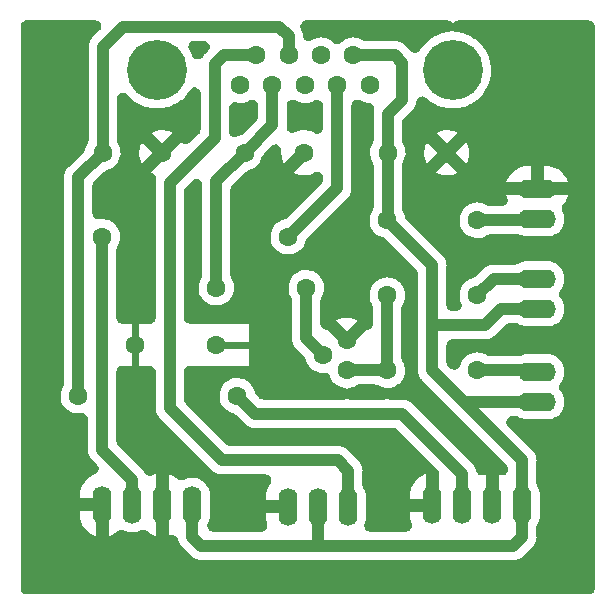
<source format=gbr>
%TF.GenerationSoftware,KiCad,Pcbnew,(6.0.6)*%
%TF.CreationDate,2022-08-24T11:44:13-03:00*%
%TF.ProjectId,hub_interior,6875625f-696e-4746-9572-696f722e6b69,rev?*%
%TF.SameCoordinates,Original*%
%TF.FileFunction,Copper,L2,Bot*%
%TF.FilePolarity,Positive*%
%FSLAX46Y46*%
G04 Gerber Fmt 4.6, Leading zero omitted, Abs format (unit mm)*
G04 Created by KiCad (PCBNEW (6.0.6)) date 2022-08-24 11:44:13*
%MOMM*%
%LPD*%
G01*
G04 APERTURE LIST*
%TA.AperFunction,ComponentPad*%
%ADD10O,3.200000X1.600000*%
%TD*%
%TA.AperFunction,ComponentPad*%
%ADD11O,1.600000X3.200000*%
%TD*%
%TA.AperFunction,ComponentPad*%
%ADD12C,1.600000*%
%TD*%
%TA.AperFunction,ComponentPad*%
%ADD13C,5.080000*%
%TD*%
%TA.AperFunction,ViaPad*%
%ADD14C,1.600000*%
%TD*%
%TA.AperFunction,Conductor*%
%ADD15C,1.000000*%
%TD*%
%TA.AperFunction,Conductor*%
%ADD16C,0.600000*%
%TD*%
G04 APERTURE END LIST*
D10*
%TO.P,LR,1,S*%
%TO.N,+5V*%
X44450000Y24892000D03*
%TO.P,LR,2,S*%
%TO.N,Net-(R3-Pad2)*%
X44450000Y27432000D03*
%TD*%
D11*
%TO.P,VOLTAGE,1,S*%
%TO.N,GND*%
X7620000Y8275000D03*
%TO.P,VOLTAGE,2,S*%
%TO.N,Net-(VOLTAGE0-Pad2)*%
X10160000Y8275000D03*
%TO.P,VOLTAGE,3,S*%
%TO.N,GND*%
X12700000Y8275000D03*
%TO.P,VOLTAGE,4,S*%
%TO.N,+5V*%
X15240000Y8275000D03*
%TD*%
%TO.P,TEMP,1,1*%
%TO.N,Net-(JP1-Pad1)*%
X28448000Y8128000D03*
%TO.P,TEMP,2,2*%
%TO.N,+5V*%
X25908000Y8128000D03*
%TO.P,TEMP,3,3*%
%TO.N,GND*%
X23368000Y8128000D03*
%TD*%
D12*
%TO.P,R4,1,1*%
%TO.N,+5V*%
X31750000Y32385000D03*
%TO.P,R4,2,2*%
%TO.N,Net-(LED0-Pad1)*%
X39370000Y32385000D03*
%TD*%
D10*
%TO.P,LV,1,S*%
%TO.N,Net-(LED0-Pad1)*%
X44450000Y32512000D03*
%TO.P,LV,2,S*%
%TO.N,GND*%
X44450000Y35052000D03*
%TD*%
D12*
%TO.P,C1,1,1*%
%TO.N,Net-(C1-Pad1)*%
X19685000Y38100000D03*
%TO.P,C1,2,2*%
%TO.N,GND*%
X24685000Y38100000D03*
%TD*%
%TO.P,C4,1,1*%
%TO.N,Net-(C4-Pad1)*%
X7660000Y38100000D03*
%TO.P,C4,2,2*%
%TO.N,GND*%
X12660000Y38100000D03*
%TD*%
%TO.P,R3,1,1*%
%TO.N,Net-(Q1-Pad3)*%
X31750000Y26035000D03*
%TO.P,R3,2,2*%
%TO.N,Net-(R3-Pad2)*%
X39370000Y26035000D03*
%TD*%
D10*
%TO.P,B,1,S*%
%TO.N,+5V*%
X44450000Y17018000D03*
%TO.P,B,2,S*%
%TO.N,Net-(R2-Pad2)*%
X44450000Y19558000D03*
%TD*%
D12*
%TO.P,R2,1,1*%
%TO.N,Net-(Q1-Pad3)*%
X31750000Y19685000D03*
%TO.P,R2,2,2*%
%TO.N,Net-(R2-Pad2)*%
X39370000Y19685000D03*
%TD*%
%TO.P,R1,1,1*%
%TO.N,Net-(Q1-Pad2)*%
X24892000Y26670000D03*
%TO.P,R1,2,2*%
%TO.N,Net-(C1-Pad1)*%
X17272000Y26670000D03*
%TD*%
D11*
%TO.P,RELE,1,S*%
%TO.N,GND*%
X35560000Y8255000D03*
%TO.P,RELE,2,S*%
%TO.N,Net-(C4-Pad1)*%
X38100000Y8255000D03*
%TO.P,RELE,3,S*%
%TO.N,GND*%
X40640000Y8255000D03*
%TO.P,RELE,4,S*%
%TO.N,+5V*%
X43180000Y8255000D03*
%TD*%
D12*
%TO.P,Q1,1,E*%
%TO.N,GND*%
X28322500Y22225000D03*
%TO.P,Q1,2,B*%
%TO.N,Net-(Q1-Pad2)*%
X26322500Y20955000D03*
%TO.P,Q1,3,C*%
%TO.N,Net-(Q1-Pad3)*%
X28322500Y19685000D03*
%TD*%
%TO.P,X1,1,1*%
%TO.N,unconnected-(X1-Pad1)*%
X19278600Y43815000D03*
%TO.P,X1,2,2*%
%TO.N,Net-(C1-Pad1)*%
X22021800Y43815000D03*
%TO.P,X1,3,3*%
%TO.N,unconnected-(X1-Pad3)*%
X24765000Y43815000D03*
%TO.P,X1,4,4*%
%TO.N,Net-(VOLTAGE0-Pad2)*%
X27508200Y43815000D03*
%TO.P,X1,5,5*%
%TO.N,unconnected-(X1-Pad5)*%
X30251400Y43815000D03*
%TO.P,X1,6,6*%
%TO.N,Net-(JP1-Pad1)*%
X20650200Y46355000D03*
%TO.P,X1,7,7*%
%TO.N,Net-(C4-Pad1)*%
X23393400Y46355000D03*
%TO.P,X1,8,8*%
%TO.N,unconnected-(X1-Pad8)*%
X26136600Y46355000D03*
%TO.P,X1,9,9*%
%TO.N,+5V*%
X28879800Y46355000D03*
D13*
%TO.P,X1,G1,G1*%
%TO.N,unconnected-(X1-PadG1)*%
X12242800Y45085000D03*
%TO.P,X1,G2,G2*%
%TO.N,unconnected-(X1-PadG2)*%
X37287200Y45085000D03*
%TD*%
D12*
%TO.P,C2,1,1*%
%TO.N,+5V*%
X31790000Y38100000D03*
%TO.P,C2,2,2*%
%TO.N,GND*%
X36790000Y38100000D03*
%TD*%
D14*
%TO.N,GND*%
X17272000Y21844000D03*
X10414000Y21844000D03*
%TO.N,Net-(C4-Pad1)*%
X19050000Y17526000D03*
X5588000Y17526000D03*
%TO.N,Net-(VOLTAGE0-Pad2)*%
X23368000Y30988000D03*
X7620000Y30988000D03*
%TD*%
D15*
%TO.N,Net-(C1-Pad1)*%
X22021800Y43815000D02*
X22021800Y40436800D01*
X22021800Y40436800D02*
X19685000Y38100000D01*
X17272000Y26670000D02*
X17272000Y35687000D01*
X17272000Y35687000D02*
X19685000Y38100000D01*
D16*
%TO.N,GND*%
X28322500Y22226500D02*
X28322500Y22225000D01*
X17272000Y21844000D02*
X21082000Y21844000D01*
X10414000Y21844000D02*
X10414000Y24638000D01*
X10414000Y24638000D02*
X10414000Y18288000D01*
D15*
%TO.N,+5V*%
X44450000Y17018000D02*
X38227000Y17018000D01*
X44450000Y24892000D02*
X41402000Y24892000D01*
X41402000Y24892000D02*
X40005000Y23495000D01*
X43180000Y12065000D02*
X38100000Y17145000D01*
X38227000Y17018000D02*
X38100000Y17145000D01*
X25893000Y8103000D02*
X25893000Y4841000D01*
X40005000Y23495000D02*
X35560000Y23495000D01*
X25908000Y4826000D02*
X42418000Y4826000D01*
X31790000Y41362000D02*
X33020000Y42592000D01*
X33020000Y45720000D02*
X32385000Y46355000D01*
X25893000Y4841000D02*
X25908000Y4826000D01*
X31790000Y32425000D02*
X31750000Y32385000D01*
X33020000Y42592000D02*
X33020000Y45720000D01*
X35560000Y28575000D02*
X35560000Y23495000D01*
X15240000Y8275000D02*
X15240000Y5588000D01*
X38100000Y17145000D02*
X35560000Y19685000D01*
X43180000Y8255000D02*
X43180000Y12065000D01*
X31750000Y32385000D02*
X35560000Y28575000D01*
X16002000Y4826000D02*
X25908000Y4826000D01*
X43180000Y5588000D02*
X43180000Y8255000D01*
X42418000Y4826000D02*
X43180000Y5588000D01*
X32385000Y46355000D02*
X28879800Y46355000D01*
X35560000Y23495000D02*
X35560000Y19685000D01*
X15240000Y5588000D02*
X16002000Y4826000D01*
X31790000Y38100000D02*
X31790000Y32425000D01*
X31790000Y38100000D02*
X31790000Y41362000D01*
%TO.N,Net-(C4-Pad1)*%
X33020000Y16002000D02*
X38100000Y10922000D01*
X38100000Y10922000D02*
X38100000Y8255000D01*
X9398000Y48768000D02*
X22606000Y48768000D01*
X23393400Y47980600D02*
X23393400Y46355000D01*
X19050000Y17526000D02*
X20574000Y16002000D01*
X22606000Y48768000D02*
X23393400Y47980600D01*
X20574000Y16002000D02*
X33020000Y16002000D01*
X7660000Y38100000D02*
X7660000Y47030000D01*
X7660000Y47030000D02*
X9398000Y48768000D01*
X5588000Y36028000D02*
X7660000Y38100000D01*
X5588000Y17526000D02*
X5588000Y36028000D01*
%TO.N,Net-(JP1-Pad1)*%
X17145000Y39370000D02*
X17145000Y45593000D01*
X17780000Y12065000D02*
X13335000Y16510000D01*
X13335000Y35560000D02*
X17145000Y39370000D01*
X13335000Y16510000D02*
X13335000Y35560000D01*
X17145000Y45593000D02*
X17907000Y46355000D01*
X17907000Y46355000D02*
X20650200Y46355000D01*
X28448000Y11176000D02*
X28448000Y8128000D01*
X17780000Y12065000D02*
X27559000Y12065000D01*
X27559000Y12065000D02*
X28448000Y11176000D01*
%TO.N,Net-(LED0-Pad1)*%
X39370000Y32385000D02*
X44323000Y32385000D01*
X44323000Y32385000D02*
X44450000Y32512000D01*
%TO.N,Net-(Q1-Pad2)*%
X24892000Y22385500D02*
X26322500Y20955000D01*
X24892000Y26035000D02*
X24892000Y22385500D01*
%TO.N,Net-(Q1-Pad3)*%
X31750000Y22225000D02*
X31750000Y26035000D01*
X28322500Y19685000D02*
X31750000Y19685000D01*
X31750000Y19685000D02*
X31750000Y22225000D01*
%TO.N,Net-(R2-Pad2)*%
X44323000Y19685000D02*
X44450000Y19558000D01*
X39370000Y19685000D02*
X44323000Y19685000D01*
%TO.N,Net-(R3-Pad2)*%
X40767000Y27432000D02*
X44450000Y27432000D01*
X39370000Y26035000D02*
X40767000Y27432000D01*
%TO.N,Net-(VOLTAGE0-Pad2)*%
X27508200Y35128200D02*
X27508200Y43815000D01*
X10160000Y8275000D02*
X10160000Y10414000D01*
X10160000Y10414000D02*
X7620000Y12954000D01*
X23368000Y30988000D02*
X27508200Y35128200D01*
X7620000Y12954000D02*
X7620000Y30988000D01*
%TD*%
%TA.AperFunction,Conductor*%
%TO.N,GND*%
G36*
X7167630Y49279287D02*
G01*
X7296825Y49220286D01*
X7404164Y49127276D01*
X7480951Y49007792D01*
X7520966Y48871515D01*
X7520966Y48729485D01*
X7480951Y48593208D01*
X7404164Y48473724D01*
X7379891Y48447654D01*
X6851387Y47919150D01*
X6827554Y47896828D01*
X6785457Y47859910D01*
X6730901Y47790706D01*
X6722707Y47780588D01*
X6666398Y47712883D01*
X6658663Y47699072D01*
X6648863Y47686640D01*
X6607860Y47608706D01*
X6601627Y47597228D01*
X6569771Y47540346D01*
X6569767Y47540336D01*
X6558590Y47520379D01*
X6553502Y47505389D01*
X6546131Y47491380D01*
X6539346Y47469529D01*
X6539344Y47469524D01*
X6520014Y47407273D01*
X6515979Y47394853D01*
X6498363Y47342956D01*
X6487669Y47311452D01*
X6485397Y47295786D01*
X6480703Y47280667D01*
X6470869Y47197573D01*
X6470355Y47193234D01*
X6468650Y47180279D01*
X6466234Y47163613D01*
X6456009Y47093098D01*
X6456907Y47070240D01*
X6456907Y47070238D01*
X6459115Y47014044D01*
X6459500Y46994454D01*
X6459500Y39156963D01*
X6439287Y39016378D01*
X6372722Y38875763D01*
X6362397Y38860628D01*
X6362389Y38860615D01*
X6350851Y38843700D01*
X6342229Y38825125D01*
X6342226Y38825120D01*
X6304552Y38743957D01*
X6246965Y38619896D01*
X6241492Y38600162D01*
X6241490Y38600156D01*
X6191828Y38421080D01*
X6134781Y38291010D01*
X6063823Y38201586D01*
X4779387Y36917150D01*
X4755554Y36894828D01*
X4713457Y36857910D01*
X4658901Y36788706D01*
X4650707Y36778588D01*
X4594398Y36710883D01*
X4586663Y36697072D01*
X4576863Y36684640D01*
X4535860Y36606706D01*
X4529627Y36595228D01*
X4497771Y36538346D01*
X4497767Y36538336D01*
X4486590Y36518379D01*
X4481502Y36503389D01*
X4474131Y36489380D01*
X4467346Y36467529D01*
X4467344Y36467524D01*
X4448014Y36405273D01*
X4443979Y36392853D01*
X4437501Y36373768D01*
X4415669Y36309452D01*
X4413397Y36293786D01*
X4408703Y36278667D01*
X4406015Y36255959D01*
X4406015Y36255957D01*
X4398355Y36191234D01*
X4396650Y36178279D01*
X4391850Y36145172D01*
X4384009Y36091098D01*
X4384907Y36068240D01*
X4384907Y36068238D01*
X4387115Y36012044D01*
X4387500Y35992454D01*
X4387500Y18582963D01*
X4367287Y18442378D01*
X4300722Y18301763D01*
X4290397Y18286628D01*
X4290392Y18286619D01*
X4278851Y18269700D01*
X4270229Y18251125D01*
X4270226Y18251120D01*
X4237635Y18180907D01*
X4174965Y18045896D01*
X4169493Y18026164D01*
X4169491Y18026159D01*
X4123644Y17860839D01*
X4109026Y17808129D01*
X4082806Y17562786D01*
X4097010Y17316455D01*
X4101511Y17296483D01*
X4101511Y17296482D01*
X4145216Y17102550D01*
X4151255Y17075751D01*
X4244084Y16847139D01*
X4373006Y16636759D01*
X4534557Y16450259D01*
X4724399Y16292649D01*
X4937433Y16168162D01*
X4956571Y16160854D01*
X5148803Y16087448D01*
X5148806Y16087447D01*
X5167939Y16080141D01*
X5188005Y16076058D01*
X5188010Y16076057D01*
X5377064Y16037593D01*
X5409726Y16030948D01*
X5430189Y16030198D01*
X5430195Y16030197D01*
X5635838Y16022657D01*
X5635841Y16022657D01*
X5656300Y16021907D01*
X5676611Y16024509D01*
X5676614Y16024509D01*
X5857096Y16047629D01*
X5999109Y16045443D01*
X6134754Y16003336D01*
X6253041Y15924719D01*
X6344388Y15815960D01*
X6401394Y15685872D01*
X6419500Y15552674D01*
X6419500Y13010948D01*
X6418432Y12978312D01*
X6414770Y12922440D01*
X6417459Y12899722D01*
X6417459Y12899716D01*
X6425122Y12834971D01*
X6426487Y12821987D01*
X6428881Y12795932D01*
X6434546Y12734289D01*
X6438844Y12719051D01*
X6440704Y12703333D01*
X6447489Y12681481D01*
X6447490Y12681477D01*
X6466807Y12619265D01*
X6470516Y12606745D01*
X6487470Y12546631D01*
X6494435Y12521936D01*
X6501438Y12507736D01*
X6506131Y12492621D01*
X6516786Y12472370D01*
X6516786Y12472369D01*
X6547135Y12414684D01*
X6553058Y12403061D01*
X6592020Y12324053D01*
X6601493Y12311367D01*
X6608863Y12297359D01*
X6663434Y12228135D01*
X6671346Y12217823D01*
X6710341Y12165602D01*
X6710344Y12165599D01*
X6724033Y12147267D01*
X6782135Y12093558D01*
X6796233Y12080003D01*
X7180798Y11695438D01*
X7265909Y11581744D01*
X7315543Y11448669D01*
X7325676Y11307000D01*
X7295485Y11168216D01*
X7227417Y11043559D01*
X7126987Y10943128D01*
X7015279Y10880096D01*
X6795653Y10791139D01*
X6763290Y10775214D01*
X6556554Y10654164D01*
X6526828Y10633735D01*
X6339725Y10484105D01*
X6313270Y10459608D01*
X6149727Y10284535D01*
X6127077Y10256465D01*
X5990519Y10059618D01*
X5972164Y10028580D01*
X5865449Y9814073D01*
X5851771Y9780725D01*
X5777140Y9553065D01*
X5768413Y9518060D01*
X5726947Y9279236D01*
X5723580Y9248987D01*
X5720309Y9183277D01*
X5720000Y9170866D01*
X5720000Y8860690D01*
X5724563Y8828954D01*
X5738030Y8825000D01*
X7671000Y8825000D01*
X7811585Y8804787D01*
X7940780Y8745786D01*
X8048119Y8652776D01*
X8124906Y8533292D01*
X8164921Y8397015D01*
X8170000Y8326000D01*
X8170000Y5689128D01*
X8174401Y5658517D01*
X8190083Y5658517D01*
X8222290Y5668919D01*
X8444347Y5758861D01*
X8476710Y5774786D01*
X8683446Y5895836D01*
X8713172Y5916265D01*
X8914391Y6077184D01*
X8915231Y6076134D01*
X9016799Y6146247D01*
X9151682Y6190735D01*
X9293635Y6195419D01*
X9431158Y6159922D01*
X9480108Y6136282D01*
X9524878Y6111567D01*
X9524884Y6111564D01*
X9542802Y6101673D01*
X9562097Y6094840D01*
X9562102Y6094838D01*
X9721318Y6038457D01*
X9775390Y6019309D01*
X10018306Y5976039D01*
X10105049Y5974979D01*
X10244550Y5973275D01*
X10244552Y5973275D01*
X10265028Y5973025D01*
X10285265Y5976122D01*
X10285270Y5976122D01*
X10386979Y5991686D01*
X10508930Y6010347D01*
X10743460Y6087003D01*
X10852290Y6143656D01*
X10986323Y6190641D01*
X11128164Y6197962D01*
X11266322Y6165024D01*
X11389605Y6094497D01*
X11431522Y6057863D01*
X11457424Y6032542D01*
X11484967Y6009267D01*
X11678668Y5868276D01*
X11709278Y5849223D01*
X11921303Y5737671D01*
X11954347Y5723235D01*
X12116346Y5666026D01*
X12146676Y5659983D01*
X12148727Y5665791D01*
X12150000Y5678691D01*
X12150000Y10860872D01*
X12145599Y10891483D01*
X12129917Y10891483D01*
X12097710Y10881081D01*
X11875644Y10791135D01*
X11869927Y10788322D01*
X11863693Y10786294D01*
X11858895Y10784351D01*
X11858758Y10784689D01*
X11734861Y10744391D01*
X11592890Y10740291D01*
X11455515Y10776356D01*
X11333865Y10849663D01*
X11237796Y10954273D01*
X11202081Y11015354D01*
X11198104Y11023419D01*
X11198101Y11023425D01*
X11187980Y11043947D01*
X11178507Y11056632D01*
X11171137Y11070641D01*
X11116613Y11139804D01*
X11108664Y11150164D01*
X11069653Y11202405D01*
X11055967Y11220733D01*
X10997851Y11274455D01*
X10983728Y11288035D01*
X8966654Y13305109D01*
X8881538Y13418810D01*
X8831904Y13551885D01*
X8820500Y13657955D01*
X8820500Y19567000D01*
X8840713Y19707585D01*
X8899714Y19836780D01*
X8992724Y19944119D01*
X9112208Y20020906D01*
X9248485Y20060921D01*
X9319500Y20066000D01*
X11635500Y20066000D01*
X11776085Y20045787D01*
X11905280Y19986786D01*
X12012619Y19893776D01*
X12089406Y19774292D01*
X12129421Y19638015D01*
X12134500Y19567000D01*
X12134500Y16566950D01*
X12133432Y16534318D01*
X12129770Y16478440D01*
X12132459Y16455722D01*
X12132459Y16455716D01*
X12140122Y16390971D01*
X12141487Y16377987D01*
X12149546Y16290289D01*
X12153844Y16275051D01*
X12155704Y16259333D01*
X12162489Y16237481D01*
X12162490Y16237477D01*
X12181807Y16175265D01*
X12185516Y16162745D01*
X12190956Y16143457D01*
X12209435Y16077936D01*
X12216438Y16063736D01*
X12221131Y16048621D01*
X12231786Y16028370D01*
X12231786Y16028369D01*
X12262135Y15970684D01*
X12268058Y15959061D01*
X12307020Y15880053D01*
X12316493Y15867367D01*
X12323863Y15853359D01*
X12378434Y15784135D01*
X12386346Y15773823D01*
X12425341Y15721602D01*
X12425344Y15721599D01*
X12439033Y15703267D01*
X12497135Y15649558D01*
X12511259Y15635977D01*
X16890850Y11256387D01*
X16913172Y11232554D01*
X16950090Y11190457D01*
X17011925Y11141711D01*
X17019258Y11135930D01*
X17029408Y11127710D01*
X17079517Y11086035D01*
X17079523Y11086031D01*
X17097116Y11071399D01*
X17110927Y11063665D01*
X17123360Y11053863D01*
X17201350Y11012830D01*
X17212740Y11006646D01*
X17289621Y10963590D01*
X17304611Y10958502D01*
X17318620Y10951131D01*
X17340471Y10944346D01*
X17340476Y10944344D01*
X17402727Y10925014D01*
X17415147Y10920979D01*
X17476892Y10900020D01*
X17498548Y10892669D01*
X17514214Y10890397D01*
X17529333Y10885703D01*
X17552041Y10883015D01*
X17552043Y10883015D01*
X17604537Y10876802D01*
X17616555Y10875380D01*
X17616766Y10875355D01*
X17629721Y10873650D01*
X17694265Y10864291D01*
X17694268Y10864291D01*
X17716902Y10861009D01*
X17739759Y10861907D01*
X17739761Y10861907D01*
X17795947Y10864115D01*
X17815540Y10864500D01*
X21445377Y10864500D01*
X21585962Y10844287D01*
X21715157Y10785286D01*
X21822496Y10692276D01*
X21899283Y10572792D01*
X21939298Y10436515D01*
X21939298Y10294485D01*
X21899283Y10158208D01*
X21855379Y10081072D01*
X21738523Y9912625D01*
X21720164Y9881580D01*
X21613449Y9667073D01*
X21599771Y9633725D01*
X21525140Y9406065D01*
X21516413Y9371060D01*
X21474947Y9132236D01*
X21471580Y9101987D01*
X21468309Y9036277D01*
X21468000Y9023866D01*
X21468000Y8713690D01*
X21472563Y8681954D01*
X21486030Y8678000D01*
X23419000Y8678000D01*
X23559585Y8657787D01*
X23688780Y8598786D01*
X23796119Y8505776D01*
X23872906Y8386292D01*
X23912921Y8250015D01*
X23918000Y8179000D01*
X23918000Y8077000D01*
X23897787Y7936415D01*
X23838786Y7807220D01*
X23745776Y7699881D01*
X23626292Y7623094D01*
X23490015Y7583079D01*
X23419000Y7578000D01*
X21503690Y7578000D01*
X21471954Y7573437D01*
X21468000Y7559970D01*
X21468000Y7266994D01*
X21468654Y7248952D01*
X21481564Y7071014D01*
X21486768Y7035343D01*
X21538418Y6801399D01*
X21548724Y6766831D01*
X21573176Y6702290D01*
X21604082Y6563663D01*
X21594679Y6421944D01*
X21545732Y6288615D01*
X21461203Y6174477D01*
X21347942Y6088777D01*
X21215125Y6038457D01*
X21106543Y6026500D01*
X17003758Y6026500D01*
X16863173Y6046713D01*
X16733978Y6105714D01*
X16626639Y6198724D01*
X16549852Y6318208D01*
X16509837Y6454485D01*
X16509837Y6596515D01*
X16551143Y6735596D01*
X16565642Y6766831D01*
X16653035Y6955104D01*
X16662653Y6989783D01*
X16713502Y7173139D01*
X16713502Y7173141D01*
X16718974Y7192871D01*
X16731385Y7309002D01*
X16739090Y7381096D01*
X16739090Y7381101D01*
X16740500Y7394292D01*
X16740500Y9137554D01*
X16725425Y9320911D01*
X16707230Y9393351D01*
X16670306Y9540351D01*
X16670306Y9540352D01*
X16665316Y9560217D01*
X16616842Y9671700D01*
X16575093Y9767716D01*
X16575090Y9767721D01*
X16566928Y9786493D01*
X16432905Y9993661D01*
X16406635Y10022532D01*
X16280625Y10161015D01*
X16266846Y10176158D01*
X16190484Y10236465D01*
X16089278Y10316393D01*
X16089272Y10316397D01*
X16073210Y10329082D01*
X15857198Y10448327D01*
X15837903Y10455160D01*
X15837898Y10455162D01*
X15643914Y10523855D01*
X15643915Y10523855D01*
X15624610Y10530691D01*
X15381694Y10573961D01*
X15294951Y10575021D01*
X15155450Y10576725D01*
X15155448Y10576725D01*
X15134972Y10576975D01*
X15114735Y10573878D01*
X15114730Y10573878D01*
X15013021Y10558314D01*
X14891070Y10539653D01*
X14656540Y10462997D01*
X14547711Y10406344D01*
X14413677Y10359359D01*
X14271836Y10352038D01*
X14133678Y10384976D01*
X14010395Y10455503D01*
X13968478Y10492137D01*
X13942576Y10517458D01*
X13915033Y10540733D01*
X13721332Y10681724D01*
X13690722Y10700777D01*
X13478697Y10812329D01*
X13445653Y10826765D01*
X13283654Y10883974D01*
X13253324Y10890017D01*
X13251273Y10884209D01*
X13250000Y10871309D01*
X13250000Y5689128D01*
X13254401Y5658517D01*
X13270083Y5658517D01*
X13302291Y5668920D01*
X13385591Y5702660D01*
X13523481Y5736703D01*
X13665377Y5730520D01*
X13799782Y5684610D01*
X13915809Y5602694D01*
X14004058Y5491407D01*
X14053983Y5368150D01*
X14054540Y5368307D01*
X14055965Y5363257D01*
X14058778Y5353284D01*
X14058863Y5352893D01*
X14060704Y5337333D01*
X14067489Y5315481D01*
X14067490Y5315477D01*
X14086807Y5253265D01*
X14090516Y5240745D01*
X14097228Y5216948D01*
X14114435Y5155936D01*
X14121438Y5141736D01*
X14126131Y5126621D01*
X14136786Y5106370D01*
X14136786Y5106369D01*
X14167135Y5048684D01*
X14173058Y5037061D01*
X14212020Y4958053D01*
X14221493Y4945367D01*
X14228863Y4931359D01*
X14283434Y4862135D01*
X14291346Y4851823D01*
X14330341Y4799602D01*
X14330344Y4799599D01*
X14344033Y4781267D01*
X14360832Y4765738D01*
X14360833Y4765737D01*
X14402134Y4727559D01*
X14416258Y4713978D01*
X15112857Y4017379D01*
X15135179Y3993546D01*
X15172090Y3951457D01*
X15190055Y3937294D01*
X15190060Y3937290D01*
X15241263Y3896925D01*
X15251412Y3888707D01*
X15301528Y3847026D01*
X15301532Y3847024D01*
X15319117Y3832398D01*
X15332928Y3824663D01*
X15345360Y3814863D01*
X15423314Y3773849D01*
X15434772Y3767627D01*
X15491658Y3735769D01*
X15491666Y3735766D01*
X15511621Y3724590D01*
X15526611Y3719501D01*
X15540620Y3712131D01*
X15624762Y3686004D01*
X15637129Y3681985D01*
X15698874Y3661025D01*
X15698877Y3661024D01*
X15720548Y3653668D01*
X15736220Y3651396D01*
X15751333Y3646703D01*
X15824962Y3637989D01*
X15838757Y3636356D01*
X15851707Y3634651D01*
X15916258Y3625292D01*
X15916261Y3625292D01*
X15938902Y3622009D01*
X15961760Y3622907D01*
X15961762Y3622907D01*
X16017956Y3625115D01*
X16037546Y3625500D01*
X25805223Y3625500D01*
X25824265Y3625001D01*
X25844902Y3622009D01*
X25867760Y3622907D01*
X25867762Y3622907D01*
X25923956Y3625115D01*
X25943546Y3625500D01*
X42361052Y3625500D01*
X42393688Y3624432D01*
X42426733Y3622266D01*
X42426734Y3622266D01*
X42449560Y3620770D01*
X42472278Y3623459D01*
X42472284Y3623459D01*
X42537029Y3631122D01*
X42550013Y3632487D01*
X42614925Y3638452D01*
X42614926Y3638452D01*
X42637711Y3640546D01*
X42652949Y3644844D01*
X42668667Y3646704D01*
X42690519Y3653489D01*
X42690523Y3653490D01*
X42752735Y3672807D01*
X42765255Y3676516D01*
X42828035Y3694222D01*
X42828038Y3694223D01*
X42850064Y3700435D01*
X42864264Y3707438D01*
X42879379Y3712131D01*
X42905086Y3725656D01*
X42957316Y3753135D01*
X42968939Y3759058D01*
X43047947Y3798020D01*
X43060633Y3807493D01*
X43074641Y3814863D01*
X43143865Y3869434D01*
X43154177Y3877346D01*
X43206398Y3916341D01*
X43206401Y3916344D01*
X43224733Y3930033D01*
X43278442Y3988135D01*
X43292022Y4002258D01*
X43988621Y4698857D01*
X44012454Y4721179D01*
X44019729Y4727559D01*
X44054543Y4758090D01*
X44068706Y4776055D01*
X44068710Y4776060D01*
X44109075Y4827263D01*
X44117293Y4837412D01*
X44158974Y4887528D01*
X44158976Y4887532D01*
X44173602Y4905117D01*
X44181337Y4918928D01*
X44191137Y4931360D01*
X44232151Y5009314D01*
X44238373Y5020772D01*
X44270231Y5077658D01*
X44270234Y5077666D01*
X44281410Y5097621D01*
X44286499Y5112611D01*
X44293869Y5126620D01*
X44319996Y5210762D01*
X44324015Y5223129D01*
X44344975Y5284874D01*
X44344976Y5284877D01*
X44352332Y5306548D01*
X44354604Y5322220D01*
X44359297Y5337333D01*
X44369644Y5424757D01*
X44371349Y5437707D01*
X44380708Y5502258D01*
X44380708Y5502261D01*
X44383991Y5524902D01*
X44380885Y5603956D01*
X44380500Y5623546D01*
X44380500Y6398037D01*
X44400713Y6538622D01*
X44467278Y6679237D01*
X44477603Y6694372D01*
X44477611Y6694385D01*
X44489149Y6711300D01*
X44530972Y6801399D01*
X44584411Y6916526D01*
X44593035Y6935104D01*
X44602653Y6969783D01*
X44653502Y7153139D01*
X44653502Y7153141D01*
X44658974Y7172871D01*
X44680500Y7374292D01*
X44680500Y9117554D01*
X44665425Y9300911D01*
X44660402Y9320911D01*
X44610306Y9520351D01*
X44610306Y9520352D01*
X44605316Y9540217D01*
X44590237Y9574896D01*
X44515093Y9747716D01*
X44515090Y9747721D01*
X44506928Y9766493D01*
X44460528Y9838217D01*
X44401139Y9967229D01*
X44380500Y10109257D01*
X44380500Y12008052D01*
X44381568Y12040687D01*
X44383734Y12073733D01*
X44383734Y12073734D01*
X44385230Y12096560D01*
X44382541Y12119278D01*
X44382541Y12119284D01*
X44374878Y12184029D01*
X44373513Y12197013D01*
X44367548Y12261925D01*
X44367548Y12261926D01*
X44365454Y12284711D01*
X44361156Y12299949D01*
X44359296Y12315667D01*
X44352510Y12337523D01*
X44333193Y12399735D01*
X44329484Y12412255D01*
X44311778Y12475035D01*
X44311777Y12475038D01*
X44305565Y12497064D01*
X44298562Y12511264D01*
X44293869Y12526379D01*
X44252873Y12604300D01*
X44246946Y12615932D01*
X44218099Y12674428D01*
X44218099Y12674429D01*
X44207980Y12694947D01*
X44198505Y12707635D01*
X44191137Y12721640D01*
X44136565Y12790865D01*
X44128696Y12801121D01*
X44075967Y12871733D01*
X44017849Y12925456D01*
X44003750Y12939013D01*
X41977109Y14965654D01*
X41891993Y15079355D01*
X41842359Y15212430D01*
X41832226Y15354098D01*
X41862417Y15492883D01*
X41930485Y15617540D01*
X42030915Y15717970D01*
X42155572Y15786038D01*
X42294357Y15816229D01*
X42329955Y15817500D01*
X42593037Y15817500D01*
X42733622Y15797287D01*
X42874237Y15730722D01*
X42889372Y15720397D01*
X42889385Y15720389D01*
X42906300Y15708851D01*
X42924875Y15700229D01*
X42924880Y15700226D01*
X43025714Y15653421D01*
X43130104Y15604965D01*
X43149836Y15599493D01*
X43149841Y15599491D01*
X43348139Y15544498D01*
X43348141Y15544498D01*
X43367871Y15539026D01*
X43484002Y15526615D01*
X43556096Y15518910D01*
X43556101Y15518910D01*
X43569292Y15517500D01*
X45312554Y15517500D01*
X45495911Y15532575D01*
X45515772Y15537564D01*
X45515774Y15537564D01*
X45715351Y15587694D01*
X45715352Y15587694D01*
X45735217Y15592684D01*
X45753995Y15600849D01*
X45753998Y15600850D01*
X45942716Y15682907D01*
X45942721Y15682910D01*
X45961493Y15691072D01*
X46168661Y15825095D01*
X46351158Y15991154D01*
X46375445Y16021907D01*
X46491393Y16168722D01*
X46491397Y16168728D01*
X46504082Y16184790D01*
X46623327Y16400802D01*
X46636208Y16437175D01*
X46698855Y16614086D01*
X46705691Y16633390D01*
X46748961Y16876306D01*
X46750763Y17023785D01*
X46751725Y17102550D01*
X46751725Y17102552D01*
X46751975Y17123028D01*
X46745250Y17166980D01*
X46725433Y17296482D01*
X46714653Y17366930D01*
X46637997Y17601460D01*
X46524065Y17820321D01*
X46396929Y17989651D01*
X46328683Y18114211D01*
X46298295Y18252952D01*
X46308225Y18394635D01*
X46357670Y18527781D01*
X46404367Y18598528D01*
X46491393Y18708723D01*
X46504082Y18724790D01*
X46623327Y18940802D01*
X46639079Y18985282D01*
X46698855Y19154086D01*
X46705691Y19173390D01*
X46748961Y19416306D01*
X46751580Y19630716D01*
X46751725Y19642550D01*
X46751725Y19642552D01*
X46751975Y19663028D01*
X46746588Y19698238D01*
X46717750Y19886688D01*
X46714653Y19906930D01*
X46637997Y20141460D01*
X46524065Y20360321D01*
X46511766Y20376702D01*
X46388212Y20541261D01*
X46388210Y20541263D01*
X46375917Y20557636D01*
X46197532Y20728104D01*
X46180620Y20739641D01*
X46180617Y20739643D01*
X46010619Y20855608D01*
X46010616Y20855610D01*
X45993700Y20867149D01*
X45975125Y20875771D01*
X45975120Y20875774D01*
X45822179Y20946766D01*
X45769896Y20971035D01*
X45750164Y20976507D01*
X45750159Y20976509D01*
X45551861Y21031502D01*
X45551859Y21031502D01*
X45532129Y21036974D01*
X45415998Y21049385D01*
X45343904Y21057090D01*
X45343899Y21057090D01*
X45330708Y21058500D01*
X43587446Y21058500D01*
X43404089Y21043425D01*
X43384228Y21038436D01*
X43384226Y21038436D01*
X43184651Y20988307D01*
X43184645Y20988305D01*
X43164783Y20983316D01*
X43035006Y20926887D01*
X42898022Y20889366D01*
X42836029Y20885500D01*
X40428860Y20885500D01*
X40288275Y20905713D01*
X40187702Y20947643D01*
X40035791Y21031502D01*
X39987198Y21058327D01*
X39967903Y21065160D01*
X39967898Y21065162D01*
X39773914Y21133855D01*
X39773915Y21133855D01*
X39754610Y21140691D01*
X39511694Y21183961D01*
X39424951Y21185021D01*
X39285450Y21186725D01*
X39285448Y21186725D01*
X39264972Y21186975D01*
X39244735Y21183878D01*
X39244730Y21183878D01*
X39143021Y21168314D01*
X39021070Y21149653D01*
X38786540Y21072997D01*
X38567679Y20959065D01*
X38551299Y20946767D01*
X38551298Y20946766D01*
X38456746Y20875774D01*
X38370364Y20810917D01*
X38199896Y20632532D01*
X38188359Y20615620D01*
X38188357Y20615617D01*
X38112730Y20504751D01*
X38060851Y20428700D01*
X38052229Y20410125D01*
X38052226Y20410120D01*
X38020676Y20342151D01*
X37956965Y20204896D01*
X37951492Y20185162D01*
X37951490Y20185156D01*
X37920944Y20075010D01*
X37863897Y19944940D01*
X37772515Y19836211D01*
X37654203Y19757631D01*
X37518544Y19715568D01*
X37376530Y19713427D01*
X37239666Y19751383D01*
X37119038Y19826361D01*
X37087247Y19855516D01*
X36906654Y20036109D01*
X36821538Y20149810D01*
X36771904Y20282885D01*
X36760500Y20388955D01*
X36760500Y21795500D01*
X36780713Y21936085D01*
X36839714Y22065280D01*
X36932724Y22172619D01*
X37052208Y22249406D01*
X37188485Y22289421D01*
X37259500Y22294500D01*
X39948052Y22294500D01*
X39980688Y22293432D01*
X40013733Y22291266D01*
X40013734Y22291266D01*
X40036560Y22289770D01*
X40059278Y22292459D01*
X40059284Y22292459D01*
X40124029Y22300122D01*
X40137013Y22301487D01*
X40201925Y22307452D01*
X40201926Y22307452D01*
X40224711Y22309546D01*
X40239949Y22313844D01*
X40255667Y22315704D01*
X40277519Y22322489D01*
X40277523Y22322490D01*
X40339735Y22341807D01*
X40352255Y22345516D01*
X40415035Y22363222D01*
X40415038Y22363223D01*
X40437064Y22369435D01*
X40451264Y22376438D01*
X40466379Y22381131D01*
X40486631Y22391786D01*
X40544316Y22422135D01*
X40555939Y22428058D01*
X40634947Y22467020D01*
X40647633Y22476493D01*
X40661641Y22483863D01*
X40730865Y22538434D01*
X40741177Y22546346D01*
X40793398Y22585341D01*
X40793401Y22585344D01*
X40811733Y22599033D01*
X40865442Y22657135D01*
X40879023Y22671259D01*
X41753110Y23545346D01*
X41866810Y23630462D01*
X41999885Y23680096D01*
X42105955Y23691500D01*
X42593037Y23691500D01*
X42733622Y23671287D01*
X42874237Y23604722D01*
X42889372Y23594397D01*
X42889385Y23594389D01*
X42906300Y23582851D01*
X42924875Y23574229D01*
X42924880Y23574226D01*
X43025714Y23527421D01*
X43130104Y23478965D01*
X43149836Y23473493D01*
X43149841Y23473491D01*
X43348139Y23418498D01*
X43348141Y23418498D01*
X43367871Y23413026D01*
X43484002Y23400615D01*
X43556096Y23392910D01*
X43556101Y23392910D01*
X43569292Y23391500D01*
X45312554Y23391500D01*
X45495911Y23406575D01*
X45515772Y23411564D01*
X45515774Y23411564D01*
X45715351Y23461694D01*
X45715352Y23461694D01*
X45735217Y23466684D01*
X45753995Y23474849D01*
X45753998Y23474850D01*
X45942716Y23556907D01*
X45942721Y23556910D01*
X45961493Y23565072D01*
X46168661Y23699095D01*
X46351158Y23865154D01*
X46370248Y23889326D01*
X46491393Y24042722D01*
X46491397Y24042728D01*
X46504082Y24058790D01*
X46623327Y24274802D01*
X46705691Y24507390D01*
X46748961Y24750306D01*
X46751975Y24997028D01*
X46714653Y25240930D01*
X46637997Y25475460D01*
X46524065Y25694321D01*
X46482213Y25750063D01*
X46396929Y25863651D01*
X46328683Y25988211D01*
X46298295Y26126952D01*
X46308225Y26268635D01*
X46357670Y26401781D01*
X46404367Y26472528D01*
X46491393Y26582723D01*
X46504082Y26598790D01*
X46623327Y26814802D01*
X46651905Y26895502D01*
X46698855Y27028086D01*
X46705691Y27047390D01*
X46748961Y27290306D01*
X46750403Y27408327D01*
X46751725Y27516550D01*
X46751725Y27516552D01*
X46751975Y27537028D01*
X46745059Y27582229D01*
X46722911Y27726963D01*
X46714653Y27780930D01*
X46637997Y28015460D01*
X46524065Y28234321D01*
X46511766Y28250702D01*
X46388212Y28415261D01*
X46388210Y28415263D01*
X46375917Y28431636D01*
X46197532Y28602104D01*
X46180620Y28613641D01*
X46180617Y28613643D01*
X46010619Y28729608D01*
X46010616Y28729610D01*
X45993700Y28741149D01*
X45975125Y28749771D01*
X45975120Y28749774D01*
X45859486Y28803449D01*
X45769896Y28845035D01*
X45750164Y28850507D01*
X45750159Y28850509D01*
X45551861Y28905502D01*
X45551859Y28905502D01*
X45532129Y28910974D01*
X45415998Y28923385D01*
X45343904Y28931090D01*
X45343899Y28931090D01*
X45330708Y28932500D01*
X43587446Y28932500D01*
X43404089Y28917425D01*
X43384228Y28912436D01*
X43384226Y28912436D01*
X43184649Y28862306D01*
X43164783Y28857316D01*
X43146005Y28849151D01*
X43146002Y28849150D01*
X42957284Y28767093D01*
X42957279Y28767090D01*
X42938507Y28758928D01*
X42866783Y28712528D01*
X42737771Y28653139D01*
X42595743Y28632500D01*
X40823945Y28632500D01*
X40791309Y28633568D01*
X40776394Y28634546D01*
X40758264Y28635734D01*
X40758263Y28635734D01*
X40735439Y28637230D01*
X40712723Y28634541D01*
X40712715Y28634541D01*
X40647979Y28626878D01*
X40634991Y28625512D01*
X40605344Y28622788D01*
X40570076Y28619548D01*
X40570074Y28619548D01*
X40547289Y28617454D01*
X40532051Y28613156D01*
X40516333Y28611296D01*
X40494482Y28604511D01*
X40494481Y28604511D01*
X40432239Y28585185D01*
X40419716Y28581476D01*
X40356951Y28563774D01*
X40356949Y28563773D01*
X40334936Y28557565D01*
X40320737Y28550563D01*
X40305620Y28545869D01*
X40227653Y28504849D01*
X40216051Y28498938D01*
X40157581Y28470104D01*
X40157575Y28470101D01*
X40137053Y28459980D01*
X40124368Y28450507D01*
X40110359Y28443137D01*
X40041135Y28388566D01*
X40030823Y28380654D01*
X39978602Y28341659D01*
X39978599Y28341656D01*
X39960267Y28327967D01*
X39906558Y28269865D01*
X39892977Y28255741D01*
X39270691Y27633455D01*
X39156990Y27548339D01*
X39036372Y27501995D01*
X39021070Y27499653D01*
X39001603Y27493290D01*
X39001602Y27493290D01*
X38972736Y27483855D01*
X38786540Y27422997D01*
X38567679Y27309065D01*
X38551299Y27296767D01*
X38551298Y27296766D01*
X38515848Y27270149D01*
X38370364Y27160917D01*
X38199896Y26982532D01*
X38188359Y26965620D01*
X38188357Y26965617D01*
X38098644Y26834102D01*
X38060851Y26778700D01*
X38052229Y26760125D01*
X38052226Y26760120D01*
X38027470Y26706786D01*
X37956965Y26554896D01*
X37951493Y26535164D01*
X37951491Y26535159D01*
X37914502Y26401781D01*
X37891026Y26317129D01*
X37864806Y26071786D01*
X37865985Y26051340D01*
X37876808Y25863651D01*
X37879010Y25825455D01*
X37883511Y25805483D01*
X37883511Y25805482D01*
X37927683Y25609478D01*
X37933255Y25584751D01*
X38012901Y25388605D01*
X38015488Y25382235D01*
X38049651Y25244375D01*
X38043591Y25102474D01*
X37997798Y24968029D01*
X37915982Y24851931D01*
X37804772Y24763586D01*
X37673177Y24710150D01*
X37553150Y24695500D01*
X37259500Y24695500D01*
X37118915Y24715713D01*
X36989720Y24774714D01*
X36882381Y24867724D01*
X36805594Y24987208D01*
X36765579Y25123485D01*
X36760500Y25194500D01*
X36760500Y28518038D01*
X36761568Y28550676D01*
X36763735Y28583734D01*
X36763735Y28583736D01*
X36765231Y28606560D01*
X36762161Y28632500D01*
X36754876Y28694050D01*
X36753511Y28707040D01*
X36747549Y28771918D01*
X36747548Y28771925D01*
X36745454Y28794711D01*
X36741158Y28809943D01*
X36739297Y28825667D01*
X36732515Y28847508D01*
X36732514Y28847514D01*
X36713179Y28909784D01*
X36709471Y28922304D01*
X36691776Y28985044D01*
X36691774Y28985050D01*
X36685565Y29007064D01*
X36678562Y29021264D01*
X36673869Y29036379D01*
X36632873Y29114300D01*
X36626946Y29125932D01*
X36598099Y29184428D01*
X36598099Y29184429D01*
X36587980Y29204947D01*
X36578505Y29217635D01*
X36571137Y29231640D01*
X36516616Y29300799D01*
X36508707Y29311106D01*
X36455967Y29381733D01*
X36397851Y29435455D01*
X36383728Y29449035D01*
X33410977Y32421786D01*
X37864806Y32421786D01*
X37865985Y32401340D01*
X37873471Y32271523D01*
X37879010Y32175455D01*
X37933255Y31934751D01*
X38026084Y31706139D01*
X38155006Y31495759D01*
X38316557Y31309259D01*
X38506399Y31151649D01*
X38719433Y31027162D01*
X38738571Y31019854D01*
X38930803Y30946448D01*
X38930806Y30946447D01*
X38949939Y30939141D01*
X38970005Y30935058D01*
X38970010Y30935057D01*
X39159064Y30896593D01*
X39191726Y30889948D01*
X39212189Y30889198D01*
X39212195Y30889197D01*
X39417838Y30881657D01*
X39417841Y30881657D01*
X39438300Y30880907D01*
X39503014Y30889197D01*
X39662723Y30909656D01*
X39662725Y30909657D01*
X39683041Y30912259D01*
X39919374Y30983162D01*
X40140954Y31091713D01*
X40157624Y31103604D01*
X40175215Y31114090D01*
X40177354Y31110501D01*
X40266877Y31156818D01*
X40406301Y31183900D01*
X40430768Y31184500D01*
X42835666Y31184500D01*
X42976251Y31164287D01*
X43045762Y31138115D01*
X43130104Y31098965D01*
X43149836Y31093493D01*
X43149841Y31093491D01*
X43348139Y31038498D01*
X43348141Y31038498D01*
X43367871Y31033026D01*
X43484002Y31020615D01*
X43556096Y31012910D01*
X43556101Y31012910D01*
X43569292Y31011500D01*
X45312554Y31011500D01*
X45414164Y31019854D01*
X45475502Y31024897D01*
X45495911Y31026575D01*
X45515772Y31031564D01*
X45515774Y31031564D01*
X45715351Y31081694D01*
X45715352Y31081694D01*
X45735217Y31086684D01*
X45753995Y31094849D01*
X45753998Y31094850D01*
X45942716Y31176907D01*
X45942721Y31176910D01*
X45961493Y31185072D01*
X46168661Y31319095D01*
X46351158Y31485154D01*
X46363847Y31501221D01*
X46491393Y31662722D01*
X46491397Y31662728D01*
X46504082Y31678790D01*
X46623327Y31894802D01*
X46630757Y31915781D01*
X46698855Y32108086D01*
X46705691Y32127390D01*
X46748961Y32370306D01*
X46751975Y32617028D01*
X46747424Y32646774D01*
X46733314Y32738979D01*
X46714653Y32860930D01*
X46637997Y33095460D01*
X46581344Y33204290D01*
X46534359Y33338323D01*
X46527038Y33480164D01*
X46559976Y33618322D01*
X46630503Y33741605D01*
X46667137Y33783522D01*
X46692458Y33809424D01*
X46715733Y33836967D01*
X46856724Y34030668D01*
X46875777Y34061278D01*
X46987329Y34273303D01*
X47001765Y34306347D01*
X47058974Y34468346D01*
X47065017Y34498676D01*
X47059209Y34500727D01*
X47046309Y34502000D01*
X41864128Y34502000D01*
X41833517Y34497599D01*
X41833517Y34481917D01*
X41843921Y34449705D01*
X41915967Y34271831D01*
X41950010Y34133941D01*
X41943825Y33992046D01*
X41897915Y33857640D01*
X41815998Y33741614D01*
X41704711Y33653366D01*
X41573069Y33600046D01*
X41453465Y33585500D01*
X40428860Y33585500D01*
X40288275Y33605713D01*
X40187702Y33647643D01*
X40125276Y33682104D01*
X39987198Y33758327D01*
X39967903Y33765160D01*
X39967898Y33765162D01*
X39773914Y33833855D01*
X39773915Y33833855D01*
X39754610Y33840691D01*
X39511694Y33883961D01*
X39424951Y33885021D01*
X39285450Y33886725D01*
X39285448Y33886725D01*
X39264972Y33886975D01*
X39244735Y33883878D01*
X39244730Y33883878D01*
X39143021Y33868314D01*
X39021070Y33849653D01*
X38786540Y33772997D01*
X38567679Y33659065D01*
X38551299Y33646767D01*
X38551298Y33646766D01*
X38496621Y33605713D01*
X38370364Y33510917D01*
X38199896Y33332532D01*
X38188359Y33315620D01*
X38188357Y33315617D01*
X38122724Y33219402D01*
X38060851Y33128700D01*
X38052229Y33110125D01*
X38052226Y33110120D01*
X38037181Y33077708D01*
X37956965Y32904896D01*
X37951493Y32885164D01*
X37951491Y32885159D01*
X37939158Y32840688D01*
X37891026Y32667129D01*
X37864806Y32421786D01*
X33410977Y32421786D01*
X33344208Y32488555D01*
X33259092Y32602256D01*
X33213090Y32719832D01*
X33175316Y32870217D01*
X33076928Y33096493D01*
X33065802Y33113691D01*
X33056127Y33131735D01*
X33058318Y33132910D01*
X33011138Y33235405D01*
X32990500Y33377428D01*
X32990500Y35605324D01*
X41834983Y35605324D01*
X41840791Y35603273D01*
X41853691Y35602000D01*
X43864310Y35602000D01*
X43896046Y35606563D01*
X43900000Y35620030D01*
X43900000Y35637690D01*
X45000000Y35637690D01*
X45004563Y35605954D01*
X45018030Y35602000D01*
X47035872Y35602000D01*
X47066483Y35606401D01*
X47066483Y35622083D01*
X47056081Y35654290D01*
X46966139Y35876347D01*
X46950214Y35908710D01*
X46829164Y36115446D01*
X46808735Y36145172D01*
X46659105Y36332275D01*
X46634608Y36358730D01*
X46459535Y36522273D01*
X46431465Y36544923D01*
X46234618Y36681481D01*
X46203580Y36699836D01*
X45989073Y36806551D01*
X45955725Y36820229D01*
X45728065Y36894860D01*
X45693060Y36903587D01*
X45454236Y36945053D01*
X45423987Y36948420D01*
X45358277Y36951691D01*
X45345866Y36952000D01*
X45035690Y36952000D01*
X45003954Y36947437D01*
X45000000Y36933970D01*
X45000000Y35637690D01*
X43900000Y35637690D01*
X43900000Y36916310D01*
X43895437Y36948046D01*
X43881970Y36952000D01*
X43588994Y36952000D01*
X43570952Y36951346D01*
X43393014Y36938436D01*
X43357343Y36933232D01*
X43123399Y36881582D01*
X43088824Y36871274D01*
X42864807Y36786401D01*
X42832081Y36771211D01*
X42622651Y36654883D01*
X42592478Y36635139D01*
X42402021Y36489787D01*
X42375019Y36465897D01*
X42207542Y36294577D01*
X42184267Y36267033D01*
X42043276Y36073332D01*
X42024223Y36042722D01*
X41912671Y35830697D01*
X41898235Y35797653D01*
X41841026Y35635654D01*
X41834983Y35605324D01*
X32990500Y35605324D01*
X32990500Y36423775D01*
X35897817Y36423775D01*
X35909164Y36412427D01*
X35910097Y36411866D01*
X35941463Y36395884D01*
X36156729Y36304730D01*
X36190044Y36293323D01*
X36416022Y36233406D01*
X36450582Y36226814D01*
X36682744Y36199336D01*
X36717906Y36197678D01*
X36951628Y36203185D01*
X36986669Y36206498D01*
X37217279Y36244882D01*
X37251495Y36253096D01*
X37474405Y36323593D01*
X37507124Y36336548D01*
X37656355Y36408208D01*
X37682043Y36425425D01*
X37679282Y36431174D01*
X37671320Y36440862D01*
X36815237Y37296946D01*
X36789570Y37316160D01*
X36777250Y37309433D01*
X35916351Y36448533D01*
X35897817Y36423775D01*
X32990500Y36423775D01*
X32990500Y37039478D01*
X33010713Y37180063D01*
X33061773Y37296481D01*
X33068640Y37307910D01*
X33080588Y37324537D01*
X33189911Y37545736D01*
X33261639Y37781820D01*
X33293845Y38026450D01*
X33295643Y38100000D01*
X33292174Y38142196D01*
X34886780Y38142196D01*
X34895957Y37908602D01*
X34899819Y37873621D01*
X34941822Y37643632D01*
X34950575Y37609546D01*
X35024558Y37387789D01*
X35038034Y37355257D01*
X35098516Y37234213D01*
X35116136Y37208798D01*
X35123619Y37212537D01*
X35130291Y37218109D01*
X35986946Y38074763D01*
X36005516Y38099570D01*
X37573840Y38099570D01*
X37580567Y38087250D01*
X38442718Y37225100D01*
X38467476Y37206566D01*
X38474804Y37213894D01*
X38480578Y37224799D01*
X38575106Y37438618D01*
X38587029Y37471733D01*
X38650487Y37696740D01*
X38657624Y37731205D01*
X38689398Y37967769D01*
X38691494Y37993121D01*
X38694453Y38087266D01*
X38693953Y38112710D01*
X38677096Y38350791D01*
X38672135Y38385650D01*
X38622932Y38614186D01*
X38613110Y38647995D01*
X38532199Y38867313D01*
X38517707Y38899410D01*
X38481917Y38965740D01*
X38463507Y38990592D01*
X38452656Y38984737D01*
X38451923Y38984105D01*
X37593054Y38125237D01*
X37573840Y38099570D01*
X36005516Y38099570D01*
X36006160Y38100430D01*
X35999433Y38112750D01*
X35139450Y38972732D01*
X35114692Y38991266D01*
X35104257Y38980831D01*
X35088250Y38953274D01*
X35072767Y38921670D01*
X34984999Y38704980D01*
X34974124Y38671512D01*
X34917765Y38444622D01*
X34911714Y38409947D01*
X34887886Y38177391D01*
X34886780Y38142196D01*
X33292174Y38142196D01*
X33286923Y38206070D01*
X33277103Y38325502D01*
X33275425Y38345911D01*
X33265444Y38385650D01*
X33220306Y38565351D01*
X33220306Y38565352D01*
X33215316Y38585217D01*
X33191642Y38639663D01*
X33125093Y38792716D01*
X33125090Y38792721D01*
X33116928Y38811493D01*
X33070528Y38883217D01*
X33011139Y39012229D01*
X32990500Y39154257D01*
X32990500Y39773512D01*
X35899279Y39773512D01*
X35904051Y39764326D01*
X35907180Y39760638D01*
X36764763Y38903054D01*
X36790430Y38883840D01*
X36802750Y38890567D01*
X37662152Y39749970D01*
X37680686Y39774728D01*
X37671062Y39784352D01*
X37616448Y39814938D01*
X37584586Y39829931D01*
X37366566Y39914277D01*
X37332907Y39924631D01*
X37105180Y39977415D01*
X37070404Y39982924D01*
X36837491Y40003096D01*
X36802309Y40003649D01*
X36568882Y39990803D01*
X36533951Y39986390D01*
X36304664Y39940782D01*
X36270715Y39931494D01*
X36050138Y39854034D01*
X36017838Y39840056D01*
X35924409Y39791524D01*
X35899279Y39773512D01*
X32990500Y39773512D01*
X32990500Y40658044D01*
X33010713Y40798629D01*
X33069714Y40927824D01*
X33136654Y41010890D01*
X33828621Y41702857D01*
X33852454Y41725179D01*
X33856505Y41728732D01*
X33894543Y41762090D01*
X33908706Y41780055D01*
X33908710Y41780060D01*
X33949075Y41831263D01*
X33957293Y41841412D01*
X33998974Y41891528D01*
X33998976Y41891532D01*
X34013602Y41909117D01*
X34021337Y41922928D01*
X34031137Y41935360D01*
X34072151Y42013314D01*
X34078373Y42024772D01*
X34110231Y42081658D01*
X34110234Y42081666D01*
X34121410Y42101621D01*
X34126499Y42116611D01*
X34133869Y42130620D01*
X34159996Y42214762D01*
X34164015Y42227129D01*
X34164113Y42227416D01*
X34192332Y42310548D01*
X34194604Y42326220D01*
X34199297Y42341333D01*
X34209644Y42428757D01*
X34211347Y42441696D01*
X34212604Y42450367D01*
X34252777Y42586597D01*
X34329703Y42705991D01*
X34437151Y42798876D01*
X34566415Y42857727D01*
X34707023Y42877777D01*
X34847583Y42857400D01*
X34976710Y42798248D01*
X35051191Y42739538D01*
X35165501Y42630301D01*
X35165516Y42630288D01*
X35175269Y42620968D01*
X35453736Y42407293D01*
X35753650Y42224942D01*
X35765879Y42219213D01*
X35765880Y42219213D01*
X35955188Y42130535D01*
X36071505Y42076048D01*
X36084275Y42071676D01*
X36084282Y42071673D01*
X36390800Y41966728D01*
X36390810Y41966725D01*
X36403580Y41962353D01*
X36520899Y41935914D01*
X36732820Y41888155D01*
X36732828Y41888154D01*
X36745992Y41885187D01*
X36806369Y41878308D01*
X37081305Y41846983D01*
X37081308Y41846983D01*
X37094735Y41845453D01*
X37108246Y41845382D01*
X37108250Y41845382D01*
X37264842Y41844562D01*
X37445730Y41843615D01*
X37459158Y41845003D01*
X37459165Y41845003D01*
X37781443Y41878308D01*
X37781451Y41878309D01*
X37794870Y41879696D01*
X37808065Y41882525D01*
X37808073Y41882526D01*
X38124872Y41950442D01*
X38124875Y41950443D01*
X38138072Y41953272D01*
X38235915Y41985630D01*
X38458504Y42059244D01*
X38458513Y42059247D01*
X38471320Y42063483D01*
X38483592Y42069076D01*
X38483598Y42069078D01*
X38778438Y42203444D01*
X38778447Y42203449D01*
X38790716Y42209040D01*
X38807850Y42219213D01*
X38962279Y42310907D01*
X39092523Y42388240D01*
X39103320Y42396347D01*
X39103328Y42396352D01*
X39294349Y42539775D01*
X39373212Y42598987D01*
X39629499Y42838816D01*
X39858385Y43104921D01*
X39926372Y43203843D01*
X40049543Y43383058D01*
X40049544Y43383059D01*
X40057193Y43394189D01*
X40063934Y43406708D01*
X40217200Y43691353D01*
X40217202Y43691358D01*
X40223598Y43703236D01*
X40355653Y44028447D01*
X40451812Y44366018D01*
X40510952Y44711999D01*
X40532380Y45062344D01*
X40532459Y45085000D01*
X40513477Y45435486D01*
X40474069Y45676139D01*
X40458939Y45768537D01*
X40458938Y45768543D01*
X40456755Y45781872D01*
X40362954Y46120106D01*
X40350237Y46152064D01*
X40238167Y46433682D01*
X40238166Y46433684D01*
X40233173Y46446231D01*
X40190550Y46526733D01*
X40102710Y46692633D01*
X40068930Y46756432D01*
X39872146Y47047081D01*
X39645123Y47314777D01*
X39418744Y47529603D01*
X39400312Y47547094D01*
X39400311Y47547095D01*
X39390517Y47556389D01*
X39379778Y47564570D01*
X39379772Y47564575D01*
X39219538Y47686640D01*
X39111306Y47769091D01*
X38990533Y47841946D01*
X38822324Y47943417D01*
X38822315Y47943422D01*
X38810757Y47950394D01*
X38798509Y47956079D01*
X38798504Y47956082D01*
X38504635Y48092491D01*
X38504631Y48092493D01*
X38492385Y48098177D01*
X38479599Y48102505D01*
X38479596Y48102506D01*
X38172704Y48206383D01*
X38172701Y48206384D01*
X38159914Y48210712D01*
X37968624Y48253120D01*
X37830408Y48283762D01*
X37830401Y48283763D01*
X37817235Y48286682D01*
X37655716Y48304514D01*
X37518199Y48340032D01*
X37396258Y48412854D01*
X37299774Y48517081D01*
X37286031Y48544733D01*
X37240397Y48473724D01*
X37133058Y48380714D01*
X37003863Y48321713D01*
X36916303Y48304325D01*
X36781760Y48289947D01*
X36781755Y48289946D01*
X36768344Y48288513D01*
X36425402Y48213739D01*
X36412608Y48209458D01*
X36412600Y48209456D01*
X36167485Y48127442D01*
X36092540Y48102366D01*
X36080280Y48096727D01*
X36080275Y48096725D01*
X36071070Y48092491D01*
X35773655Y47955694D01*
X35762066Y47948758D01*
X35762060Y47948755D01*
X35537371Y47814282D01*
X35472474Y47775442D01*
X35461712Y47767303D01*
X35461705Y47767298D01*
X35378278Y47704202D01*
X35192523Y47563716D01*
X35182692Y47554451D01*
X35182690Y47554450D01*
X34946903Y47332256D01*
X34946898Y47332251D01*
X34937075Y47322994D01*
X34928309Y47312730D01*
X34928303Y47312724D01*
X34780369Y47139515D01*
X34709119Y47056092D01*
X34701519Y47044951D01*
X34701513Y47044943D01*
X34511321Y46766132D01*
X34508988Y46767724D01*
X34434718Y46677232D01*
X34317331Y46597278D01*
X34182172Y46553634D01*
X34040193Y46549836D01*
X33902895Y46586192D01*
X33781401Y46659757D01*
X33745130Y46692633D01*
X33274150Y47163613D01*
X33251828Y47187446D01*
X33229997Y47212339D01*
X33214910Y47229543D01*
X33145706Y47284099D01*
X33135588Y47292293D01*
X33111022Y47312724D01*
X33067883Y47348602D01*
X33054072Y47356337D01*
X33041640Y47366137D01*
X32963686Y47407151D01*
X32952228Y47413373D01*
X32895346Y47445229D01*
X32895336Y47445233D01*
X32875379Y47456410D01*
X32860389Y47461498D01*
X32846380Y47468869D01*
X32824529Y47475654D01*
X32824524Y47475656D01*
X32762273Y47494986D01*
X32749853Y47499021D01*
X32688108Y47519980D01*
X32688107Y47519980D01*
X32666452Y47527331D01*
X32650786Y47529603D01*
X32635667Y47534297D01*
X32612959Y47536985D01*
X32612957Y47536985D01*
X32548234Y47544645D01*
X32535279Y47546350D01*
X32470736Y47555709D01*
X32470731Y47555709D01*
X32448098Y47558991D01*
X32425240Y47558093D01*
X32425238Y47558093D01*
X32369044Y47555885D01*
X32349454Y47555500D01*
X29938660Y47555500D01*
X29798075Y47575713D01*
X29697502Y47617643D01*
X29641816Y47648383D01*
X29496998Y47728327D01*
X29477703Y47735160D01*
X29477698Y47735162D01*
X29283714Y47803855D01*
X29283715Y47803855D01*
X29264410Y47810691D01*
X29021494Y47853961D01*
X28934751Y47855021D01*
X28795250Y47856725D01*
X28795248Y47856725D01*
X28774772Y47856975D01*
X28754535Y47853878D01*
X28754530Y47853878D01*
X28676556Y47841946D01*
X28530870Y47819653D01*
X28296340Y47742997D01*
X28077479Y47629065D01*
X28061099Y47616767D01*
X28061098Y47616766D01*
X27912758Y47505389D01*
X27880164Y47480917D01*
X27866019Y47466115D01*
X27850701Y47452515D01*
X27849420Y47453958D01*
X27757584Y47381904D01*
X27625669Y47329264D01*
X27484267Y47315921D01*
X27344834Y47342956D01*
X27218665Y47408180D01*
X27173557Y47445046D01*
X27163446Y47456158D01*
X27146522Y47469524D01*
X26985878Y47596393D01*
X26985872Y47596397D01*
X26969810Y47609082D01*
X26753798Y47728327D01*
X26734503Y47735160D01*
X26734498Y47735162D01*
X26540514Y47803855D01*
X26540515Y47803855D01*
X26521210Y47810691D01*
X26278294Y47853961D01*
X26191551Y47855021D01*
X26052050Y47856725D01*
X26052048Y47856725D01*
X26031572Y47856975D01*
X26011335Y47853878D01*
X26011330Y47853878D01*
X25933356Y47841946D01*
X25787670Y47819653D01*
X25553140Y47742997D01*
X25334279Y47629065D01*
X25333099Y47631331D01*
X25230469Y47585600D01*
X25089704Y47566684D01*
X24949312Y47588193D01*
X24820667Y47648383D01*
X24714190Y47742379D01*
X24638507Y47862565D01*
X24599751Y47999206D01*
X24598713Y48012171D01*
X24598630Y48012161D01*
X24588279Y48099616D01*
X24586913Y48112607D01*
X24580948Y48177526D01*
X24580947Y48177530D01*
X24578854Y48200311D01*
X24574558Y48215544D01*
X24572697Y48231267D01*
X24565912Y48253120D01*
X24546579Y48315384D01*
X24542871Y48327904D01*
X24525176Y48390644D01*
X24525174Y48390650D01*
X24518965Y48412664D01*
X24511962Y48426864D01*
X24507269Y48441979D01*
X24466273Y48519900D01*
X24460347Y48531530D01*
X24436545Y48579795D01*
X24392494Y48714822D01*
X24388268Y48856789D01*
X24424210Y48994196D01*
X24497409Y49115911D01*
X24601934Y49212073D01*
X24729316Y49274893D01*
X24869237Y49299279D01*
X24884083Y49299500D01*
X36863278Y49299500D01*
X37003863Y49279287D01*
X37133058Y49220286D01*
X37240397Y49127276D01*
X37284244Y49059049D01*
X37371491Y49166685D01*
X37488389Y49247355D01*
X37623278Y49291823D01*
X37710474Y49299500D01*
X48800500Y49299500D01*
X48941085Y49279287D01*
X49070280Y49220286D01*
X49177619Y49127276D01*
X49254406Y49007792D01*
X49294421Y48871515D01*
X49299500Y48800500D01*
X49299500Y1199500D01*
X49279287Y1058915D01*
X49220286Y929720D01*
X49127276Y822381D01*
X49007792Y745594D01*
X48871515Y705579D01*
X48800500Y700500D01*
X1199500Y700500D01*
X1058915Y720713D01*
X929720Y779714D01*
X822381Y872724D01*
X745594Y992208D01*
X705579Y1128485D01*
X700500Y1199500D01*
X700500Y7413994D01*
X5720000Y7413994D01*
X5720654Y7395952D01*
X5733564Y7218014D01*
X5738768Y7182343D01*
X5790418Y6948399D01*
X5800726Y6913824D01*
X5885599Y6689807D01*
X5900789Y6657081D01*
X6017117Y6447651D01*
X6036861Y6417478D01*
X6182213Y6227021D01*
X6206103Y6200019D01*
X6377423Y6032542D01*
X6404967Y6009267D01*
X6598668Y5868276D01*
X6629278Y5849223D01*
X6841303Y5737671D01*
X6874347Y5723235D01*
X7036346Y5666026D01*
X7066676Y5659983D01*
X7068727Y5665791D01*
X7070000Y5678691D01*
X7070000Y7689310D01*
X7065437Y7721046D01*
X7051970Y7725000D01*
X5755690Y7725000D01*
X5723954Y7720437D01*
X5720000Y7706970D01*
X5720000Y7413994D01*
X700500Y7413994D01*
X700500Y48800500D01*
X720713Y48941085D01*
X779714Y49070280D01*
X872724Y49177619D01*
X992208Y49254406D01*
X1128485Y49294421D01*
X1199500Y49299500D01*
X7027045Y49299500D01*
X7167630Y49279287D01*
G37*
%TD.AperFunction*%
%TA.AperFunction,Conductor*%
G36*
X29414992Y42562846D02*
G01*
X29459448Y42539781D01*
X29600833Y42457162D01*
X29619971Y42449854D01*
X29812203Y42376448D01*
X29812206Y42376447D01*
X29831339Y42369141D01*
X29851405Y42365058D01*
X29851410Y42365057D01*
X30010670Y42332655D01*
X30073126Y42319948D01*
X30093589Y42319198D01*
X30093595Y42319197D01*
X30168170Y42316463D01*
X30307919Y42291112D01*
X30434866Y42227416D01*
X30538725Y42130535D01*
X30611082Y42008318D01*
X30646076Y41870667D01*
X30640872Y41728732D01*
X30630171Y41687401D01*
X30630361Y41687355D01*
X30625019Y41665104D01*
X30617669Y41643452D01*
X30615397Y41627786D01*
X30610703Y41612667D01*
X30608015Y41589959D01*
X30608015Y41589957D01*
X30600355Y41525234D01*
X30598650Y41512279D01*
X30586009Y41425098D01*
X30586907Y41402242D01*
X30586907Y41402239D01*
X30589115Y41346055D01*
X30589500Y41326462D01*
X30589500Y39156963D01*
X30569287Y39016378D01*
X30502722Y38875763D01*
X30492397Y38860628D01*
X30492389Y38860615D01*
X30480851Y38843700D01*
X30472229Y38825125D01*
X30472226Y38825120D01*
X30434552Y38743957D01*
X30376965Y38619896D01*
X30371493Y38600164D01*
X30371491Y38600159D01*
X30316498Y38401861D01*
X30311026Y38382129D01*
X30284806Y38136786D01*
X30299010Y37890455D01*
X30303511Y37870483D01*
X30303511Y37870482D01*
X30342666Y37696740D01*
X30353255Y37649751D01*
X30446084Y37421139D01*
X30456778Y37403689D01*
X30456781Y37403682D01*
X30515967Y37307101D01*
X30572188Y37176672D01*
X30589500Y37046373D01*
X30589500Y33500601D01*
X30569287Y33360016D01*
X30502723Y33219402D01*
X30492414Y33204289D01*
X30440851Y33128700D01*
X30432229Y33110125D01*
X30432226Y33110120D01*
X30417181Y33077708D01*
X30336965Y32904896D01*
X30331493Y32885164D01*
X30331491Y32885159D01*
X30319158Y32840688D01*
X30271026Y32667129D01*
X30244806Y32421786D01*
X30245985Y32401340D01*
X30253471Y32271523D01*
X30259010Y32175455D01*
X30313255Y31934751D01*
X30406084Y31706139D01*
X30535006Y31495759D01*
X30696557Y31309259D01*
X30886399Y31151649D01*
X31099433Y31027162D01*
X31118571Y31019854D01*
X31310803Y30946448D01*
X31310806Y30946447D01*
X31329939Y30939141D01*
X31350012Y30935057D01*
X31393879Y30926132D01*
X31527611Y30878297D01*
X31647240Y30789996D01*
X34213346Y28223890D01*
X34298462Y28110189D01*
X34348096Y27977114D01*
X34359500Y27871044D01*
X34359500Y23512587D01*
X34359457Y23506055D01*
X34358074Y23400406D01*
X34359360Y23392920D01*
X34359500Y23389364D01*
X34359500Y19741948D01*
X34358432Y19709312D01*
X34356839Y19685000D01*
X34354770Y19653440D01*
X34357459Y19630722D01*
X34357459Y19630716D01*
X34365122Y19565971D01*
X34366487Y19552987D01*
X34372452Y19488075D01*
X34374546Y19465289D01*
X34378844Y19450051D01*
X34380704Y19434333D01*
X34387489Y19412481D01*
X34387490Y19412477D01*
X34406807Y19350265D01*
X34410516Y19337745D01*
X34413047Y19328772D01*
X34434435Y19252936D01*
X34441438Y19238736D01*
X34446131Y19223621D01*
X34456786Y19203370D01*
X34456786Y19203369D01*
X34487135Y19145684D01*
X34493058Y19134061D01*
X34532020Y19055053D01*
X34541493Y19042367D01*
X34548863Y19028359D01*
X34603434Y18959135D01*
X34611346Y18948823D01*
X34648307Y18899327D01*
X34664033Y18878267D01*
X34722135Y18824558D01*
X34736259Y18810977D01*
X37200539Y16346698D01*
X37200543Y16346693D01*
X37337857Y16209379D01*
X37360179Y16185546D01*
X37397090Y16143457D01*
X37415063Y16129289D01*
X37430811Y16114344D01*
X37449500Y16097736D01*
X41833346Y11713890D01*
X41918462Y11600189D01*
X41968096Y11467114D01*
X41979500Y11361044D01*
X41979500Y11302472D01*
X41959287Y11161887D01*
X41900286Y11032692D01*
X41807276Y10925353D01*
X41687792Y10848566D01*
X41551515Y10808551D01*
X41409485Y10808551D01*
X41314341Y10831949D01*
X41223656Y10863973D01*
X41193324Y10870017D01*
X41191273Y10864209D01*
X41190000Y10851309D01*
X41190000Y8204000D01*
X41169787Y8063415D01*
X41110786Y7934220D01*
X41017776Y7826881D01*
X40898292Y7750094D01*
X40762015Y7710079D01*
X40691000Y7705000D01*
X40589000Y7705000D01*
X40448415Y7725213D01*
X40319220Y7784214D01*
X40211881Y7877224D01*
X40135094Y7996708D01*
X40095079Y8132985D01*
X40090000Y8204000D01*
X40090000Y10840872D01*
X40085599Y10871483D01*
X40069917Y10871483D01*
X40037710Y10861081D01*
X39950100Y10825595D01*
X39812210Y10791552D01*
X39670314Y10797737D01*
X39535909Y10843647D01*
X39419882Y10925564D01*
X39331634Y11036851D01*
X39280399Y11163345D01*
X39279296Y11172667D01*
X39259551Y11236258D01*
X39253193Y11256735D01*
X39249484Y11269255D01*
X39231778Y11332035D01*
X39231777Y11332038D01*
X39225565Y11354064D01*
X39218562Y11368264D01*
X39213869Y11383379D01*
X39172873Y11461300D01*
X39166946Y11472932D01*
X39138099Y11531428D01*
X39138099Y11531429D01*
X39127980Y11551947D01*
X39118505Y11564635D01*
X39111137Y11578640D01*
X39056565Y11647865D01*
X39048696Y11658121D01*
X38995967Y11728733D01*
X38937849Y11782456D01*
X38923750Y11796013D01*
X33909150Y16810613D01*
X33886828Y16834446D01*
X33886752Y16834532D01*
X33849910Y16876543D01*
X33780706Y16931099D01*
X33770588Y16939293D01*
X33720470Y16980975D01*
X33702883Y16995602D01*
X33689072Y17003337D01*
X33676640Y17013137D01*
X33598686Y17054151D01*
X33587228Y17060373D01*
X33530346Y17092229D01*
X33530336Y17092233D01*
X33510379Y17103410D01*
X33495389Y17108498D01*
X33481380Y17115869D01*
X33459529Y17122654D01*
X33459524Y17122656D01*
X33397273Y17141986D01*
X33384853Y17146021D01*
X33323108Y17166980D01*
X33323107Y17166980D01*
X33301452Y17174331D01*
X33285786Y17176603D01*
X33270667Y17181297D01*
X33247959Y17183985D01*
X33247957Y17183985D01*
X33183234Y17191645D01*
X33170279Y17193350D01*
X33105736Y17202709D01*
X33105731Y17202709D01*
X33083098Y17205991D01*
X33060240Y17205093D01*
X33060238Y17205093D01*
X33004044Y17202885D01*
X32984454Y17202500D01*
X32003076Y17202500D01*
X31862491Y17222713D01*
X31733296Y17281714D01*
X31732294Y17282582D01*
X31650285Y17236356D01*
X31511921Y17204297D01*
X31469615Y17202500D01*
X28575576Y17202500D01*
X28434991Y17222713D01*
X28305796Y17281714D01*
X28304794Y17282582D01*
X28222785Y17236356D01*
X28084421Y17204297D01*
X28042115Y17202500D01*
X21277955Y17202500D01*
X21137370Y17222713D01*
X21008175Y17281714D01*
X20925109Y17348654D01*
X20644208Y17629555D01*
X20559092Y17743256D01*
X20513090Y17860832D01*
X20475316Y18011217D01*
X20427648Y18120846D01*
X20385093Y18218716D01*
X20385090Y18218721D01*
X20376928Y18237493D01*
X20242905Y18444661D01*
X20216635Y18473532D01*
X20090625Y18612015D01*
X20076846Y18627158D01*
X20045496Y18651917D01*
X19899278Y18767393D01*
X19899272Y18767397D01*
X19883210Y18780082D01*
X19667198Y18899327D01*
X19647903Y18906160D01*
X19647898Y18906162D01*
X19453914Y18974855D01*
X19453915Y18974855D01*
X19434610Y18981691D01*
X19191694Y19024961D01*
X19104951Y19026021D01*
X18965450Y19027725D01*
X18965448Y19027725D01*
X18944972Y19027975D01*
X18924735Y19024878D01*
X18924730Y19024878D01*
X18830072Y19010393D01*
X18701070Y18990653D01*
X18466540Y18913997D01*
X18247679Y18800065D01*
X18231299Y18787767D01*
X18231298Y18787766D01*
X18126023Y18708723D01*
X18050364Y18651917D01*
X17879896Y18473532D01*
X17868359Y18456620D01*
X17868357Y18456617D01*
X17752399Y18286628D01*
X17740851Y18269700D01*
X17732229Y18251125D01*
X17732226Y18251120D01*
X17699635Y18180907D01*
X17636965Y18045896D01*
X17631493Y18026164D01*
X17631491Y18026159D01*
X17585644Y17860839D01*
X17571026Y17808129D01*
X17544806Y17562786D01*
X17559010Y17316455D01*
X17563511Y17296483D01*
X17563511Y17296482D01*
X17607216Y17102550D01*
X17613255Y17075751D01*
X17706084Y16847139D01*
X17835006Y16636759D01*
X17996557Y16450259D01*
X18186399Y16292649D01*
X18399433Y16168162D01*
X18418571Y16160854D01*
X18610803Y16087448D01*
X18610806Y16087447D01*
X18629939Y16080141D01*
X18693885Y16067131D01*
X18827611Y16019298D01*
X18947241Y15930996D01*
X19684850Y15193387D01*
X19707172Y15169554D01*
X19744090Y15127457D01*
X19762060Y15113291D01*
X19813258Y15072930D01*
X19823408Y15064710D01*
X19873522Y15023031D01*
X19873527Y15023027D01*
X19891116Y15008399D01*
X19904927Y15000664D01*
X19917360Y14990863D01*
X19937606Y14980211D01*
X19937609Y14980209D01*
X19995301Y14949856D01*
X20006744Y14943643D01*
X20083620Y14900590D01*
X20098612Y14895501D01*
X20112620Y14888131D01*
X20196754Y14862007D01*
X20209143Y14857981D01*
X20250788Y14843844D01*
X20292548Y14829669D01*
X20308214Y14827398D01*
X20323333Y14822703D01*
X20346057Y14820013D01*
X20346059Y14820013D01*
X20410829Y14812347D01*
X20423762Y14810644D01*
X20510902Y14798010D01*
X20533761Y14798908D01*
X20533763Y14798908D01*
X20589931Y14801115D01*
X20609521Y14801500D01*
X32316044Y14801500D01*
X32456629Y14781287D01*
X32585824Y14722286D01*
X32668890Y14655346D01*
X35979875Y11344361D01*
X36064991Y11230660D01*
X36114625Y11097585D01*
X36124758Y10955917D01*
X36116329Y10915468D01*
X36110000Y10851309D01*
X36110000Y8204000D01*
X36089787Y8063415D01*
X36030786Y7934220D01*
X35937776Y7826881D01*
X35818292Y7750094D01*
X35682015Y7710079D01*
X35611000Y7705000D01*
X33695690Y7705000D01*
X33663954Y7700437D01*
X33660000Y7686970D01*
X33660000Y7393994D01*
X33660654Y7375952D01*
X33673564Y7198014D01*
X33678768Y7162343D01*
X33730418Y6928399D01*
X33740722Y6893836D01*
X33813292Y6702291D01*
X33844197Y6563664D01*
X33834796Y6421945D01*
X33785848Y6288616D01*
X33701320Y6174478D01*
X33588059Y6088777D01*
X33455241Y6038457D01*
X33346659Y6026500D01*
X30279993Y6026500D01*
X30139408Y6046713D01*
X30010213Y6105714D01*
X29902874Y6198724D01*
X29826087Y6318208D01*
X29786072Y6454485D01*
X29786072Y6596515D01*
X29827378Y6735596D01*
X29852411Y6789526D01*
X29861035Y6808104D01*
X29870653Y6842783D01*
X29921502Y7026139D01*
X29921502Y7026141D01*
X29926974Y7045871D01*
X29944417Y7209089D01*
X29947090Y7234096D01*
X29947090Y7234101D01*
X29948500Y7247292D01*
X29948500Y8840690D01*
X33660000Y8840690D01*
X33664563Y8808954D01*
X33678030Y8805000D01*
X34974310Y8805000D01*
X35006046Y8809563D01*
X35010000Y8823030D01*
X35010000Y10840872D01*
X35005599Y10871483D01*
X34989917Y10871483D01*
X34957710Y10861081D01*
X34735653Y10771139D01*
X34703290Y10755214D01*
X34496554Y10634164D01*
X34466828Y10613735D01*
X34279725Y10464105D01*
X34253270Y10439608D01*
X34089727Y10264535D01*
X34067077Y10236465D01*
X33930519Y10039618D01*
X33912164Y10008580D01*
X33805449Y9794073D01*
X33791771Y9760725D01*
X33717140Y9533065D01*
X33708413Y9498060D01*
X33666947Y9259236D01*
X33663580Y9228987D01*
X33660309Y9163277D01*
X33660000Y9150866D01*
X33660000Y8840690D01*
X29948500Y8840690D01*
X29948500Y8990554D01*
X29938899Y9107327D01*
X29935103Y9153502D01*
X29933425Y9173911D01*
X29914568Y9248987D01*
X29878306Y9393351D01*
X29878306Y9393352D01*
X29873316Y9413217D01*
X29826733Y9520351D01*
X29783093Y9620716D01*
X29783090Y9620721D01*
X29774928Y9639493D01*
X29728528Y9711217D01*
X29669139Y9840229D01*
X29648500Y9982257D01*
X29648500Y11119052D01*
X29649568Y11151687D01*
X29651734Y11184733D01*
X29651734Y11184734D01*
X29653230Y11207560D01*
X29649834Y11236258D01*
X29642879Y11295016D01*
X29641513Y11308007D01*
X29635548Y11372926D01*
X29635547Y11372930D01*
X29633454Y11395711D01*
X29629158Y11410944D01*
X29627297Y11426667D01*
X29620512Y11448520D01*
X29601179Y11510784D01*
X29597471Y11523304D01*
X29579776Y11586044D01*
X29579774Y11586050D01*
X29573565Y11608064D01*
X29566562Y11622264D01*
X29561869Y11637379D01*
X29520873Y11715300D01*
X29514946Y11726932D01*
X29486099Y11785428D01*
X29486099Y11785429D01*
X29475980Y11805947D01*
X29466505Y11818635D01*
X29459137Y11832640D01*
X29404616Y11901799D01*
X29396707Y11912106D01*
X29343967Y11982733D01*
X29285851Y12036455D01*
X29271728Y12050035D01*
X28448150Y12873613D01*
X28425828Y12897446D01*
X28403997Y12922339D01*
X28388910Y12939543D01*
X28319706Y12994099D01*
X28309588Y13002293D01*
X28259470Y13043975D01*
X28241883Y13058602D01*
X28228072Y13066337D01*
X28215640Y13076137D01*
X28137686Y13117151D01*
X28126228Y13123373D01*
X28069346Y13155229D01*
X28069336Y13155233D01*
X28049379Y13166410D01*
X28034389Y13171498D01*
X28020380Y13178869D01*
X27998529Y13185654D01*
X27998524Y13185656D01*
X27936273Y13204986D01*
X27923853Y13209021D01*
X27862108Y13229980D01*
X27862107Y13229980D01*
X27840452Y13237331D01*
X27824786Y13239603D01*
X27809667Y13244297D01*
X27786959Y13246985D01*
X27786957Y13246985D01*
X27722234Y13254645D01*
X27709279Y13256350D01*
X27644736Y13265709D01*
X27644731Y13265709D01*
X27622098Y13268991D01*
X27599240Y13268093D01*
X27599238Y13268093D01*
X27543044Y13265885D01*
X27523454Y13265500D01*
X18483956Y13265500D01*
X18343371Y13285713D01*
X18214176Y13344714D01*
X18131110Y13411654D01*
X14681654Y16861109D01*
X14596538Y16974810D01*
X14546904Y17107885D01*
X14535500Y17213955D01*
X14535500Y19567000D01*
X14555713Y19707585D01*
X14614714Y19836780D01*
X14707724Y19944119D01*
X14827208Y20020906D01*
X14963485Y20060921D01*
X15034500Y20066000D01*
X20066000Y20066000D01*
X20066000Y23622000D01*
X15034500Y23622000D01*
X14893915Y23642213D01*
X14764720Y23701214D01*
X14657381Y23794224D01*
X14580594Y23913708D01*
X14540579Y24049985D01*
X14535500Y24121000D01*
X14535500Y34856044D01*
X14555713Y34996629D01*
X14614714Y35125824D01*
X14681654Y35208890D01*
X15219654Y35746890D01*
X15333355Y35832006D01*
X15466430Y35881640D01*
X15608098Y35891773D01*
X15746883Y35861582D01*
X15871540Y35793514D01*
X15971970Y35693084D01*
X16040038Y35568427D01*
X16070229Y35429642D01*
X16071500Y35394044D01*
X16071500Y27726963D01*
X16051287Y27586378D01*
X15984722Y27445763D01*
X15974397Y27430628D01*
X15974392Y27430619D01*
X15962851Y27413700D01*
X15858965Y27189896D01*
X15853493Y27170164D01*
X15853491Y27170159D01*
X15798498Y26971861D01*
X15793026Y26952129D01*
X15766806Y26706786D01*
X15767985Y26686340D01*
X15778710Y26500351D01*
X15781010Y26460455D01*
X15785511Y26440483D01*
X15785511Y26440482D01*
X15824239Y26268635D01*
X15835255Y26219751D01*
X15928084Y25991139D01*
X15938780Y25973684D01*
X15938781Y25973683D01*
X15954354Y25948271D01*
X16057006Y25780759D01*
X16070412Y25765282D01*
X16070414Y25765280D01*
X16086533Y25746672D01*
X16218557Y25594259D01*
X16408399Y25436649D01*
X16621433Y25312162D01*
X16640571Y25304854D01*
X16832803Y25231448D01*
X16832806Y25231447D01*
X16851939Y25224141D01*
X16872005Y25220058D01*
X16872010Y25220057D01*
X17061064Y25181593D01*
X17093726Y25174948D01*
X17114189Y25174198D01*
X17114195Y25174197D01*
X17319838Y25166657D01*
X17319841Y25166657D01*
X17340300Y25165907D01*
X17405014Y25174197D01*
X17564723Y25194656D01*
X17564725Y25194657D01*
X17585041Y25197259D01*
X17821374Y25268162D01*
X17841240Y25277894D01*
X18024568Y25367706D01*
X18042954Y25376713D01*
X18154106Y25455997D01*
X18227156Y25508103D01*
X18227158Y25508105D01*
X18243829Y25519996D01*
X18418605Y25694163D01*
X18527638Y25845899D01*
X18550640Y25877909D01*
X18550642Y25877912D01*
X18562588Y25894537D01*
X18595659Y25961450D01*
X18662839Y26097380D01*
X18662839Y26097381D01*
X18671911Y26115736D01*
X18743639Y26351820D01*
X18775845Y26596450D01*
X18777643Y26670000D01*
X18774619Y26706786D01*
X23386806Y26706786D01*
X23387985Y26686340D01*
X23398710Y26500351D01*
X23401010Y26460455D01*
X23405511Y26440483D01*
X23405511Y26440482D01*
X23444239Y26268635D01*
X23455255Y26219751D01*
X23548084Y25991139D01*
X23558778Y25973689D01*
X23558781Y25973682D01*
X23617967Y25877101D01*
X23674188Y25746672D01*
X23691500Y25616373D01*
X23691500Y22442448D01*
X23690432Y22409812D01*
X23689251Y22391786D01*
X23686770Y22353940D01*
X23689459Y22331222D01*
X23689459Y22331216D01*
X23697122Y22266471D01*
X23698487Y22253487D01*
X23706546Y22165789D01*
X23710844Y22150551D01*
X23712704Y22134833D01*
X23719489Y22112981D01*
X23719490Y22112977D01*
X23738807Y22050765D01*
X23742516Y22038245D01*
X23760222Y21975465D01*
X23766435Y21953436D01*
X23773438Y21939236D01*
X23778131Y21924121D01*
X23788786Y21903870D01*
X23788786Y21903869D01*
X23819135Y21846184D01*
X23825058Y21834561D01*
X23864020Y21755553D01*
X23873493Y21742867D01*
X23880863Y21728859D01*
X23935434Y21659635D01*
X23943346Y21649323D01*
X23982341Y21597102D01*
X23982344Y21597099D01*
X23996033Y21578767D01*
X24012832Y21563238D01*
X24012833Y21563237D01*
X24054134Y21525059D01*
X24068258Y21511478D01*
X24728526Y20851210D01*
X24813642Y20737509D01*
X24862472Y20608066D01*
X24885755Y20504751D01*
X24978584Y20276139D01*
X25107506Y20065759D01*
X25120912Y20050282D01*
X25120914Y20050280D01*
X25146359Y20020906D01*
X25269057Y19879259D01*
X25458899Y19721649D01*
X25671933Y19597162D01*
X25691071Y19589854D01*
X25883303Y19516448D01*
X25883306Y19516447D01*
X25902439Y19509141D01*
X25922505Y19505058D01*
X25922510Y19505057D01*
X26065855Y19475893D01*
X26144226Y19459948D01*
X26164689Y19459198D01*
X26164695Y19459197D01*
X26370338Y19451657D01*
X26370341Y19451657D01*
X26390800Y19450907D01*
X26411111Y19453509D01*
X26431566Y19454438D01*
X26431717Y19451119D01*
X26538666Y19449480D01*
X26674313Y19407382D01*
X26792606Y19328772D01*
X26883959Y19220020D01*
X26922423Y19144448D01*
X26978584Y19006139D01*
X27107506Y18795759D01*
X27269057Y18609259D01*
X27458899Y18451649D01*
X27671933Y18327162D01*
X27691071Y18319854D01*
X27883303Y18246448D01*
X27883306Y18246447D01*
X27902439Y18239141D01*
X27922505Y18235058D01*
X27922510Y18235057D01*
X28141601Y18190482D01*
X28275334Y18142646D01*
X28305288Y18120846D01*
X28305796Y18121286D01*
X28434991Y18180287D01*
X28512171Y18196455D01*
X28615223Y18209656D01*
X28615225Y18209657D01*
X28635541Y18212259D01*
X28656344Y18218500D01*
X28711531Y18235057D01*
X28871874Y18283162D01*
X28909844Y18301763D01*
X29075068Y18382706D01*
X29093454Y18391713D01*
X29110126Y18403605D01*
X29127715Y18414090D01*
X29129854Y18410501D01*
X29219377Y18456818D01*
X29358801Y18483900D01*
X29383268Y18484500D01*
X30695074Y18484500D01*
X30835659Y18464287D01*
X30946828Y18416337D01*
X31099433Y18327162D01*
X31118571Y18319854D01*
X31310803Y18246448D01*
X31310806Y18246447D01*
X31329939Y18239141D01*
X31350005Y18235058D01*
X31350010Y18235057D01*
X31569101Y18190482D01*
X31702834Y18142646D01*
X31732788Y18120846D01*
X31733296Y18121286D01*
X31862491Y18180287D01*
X31939671Y18196455D01*
X32042723Y18209656D01*
X32042725Y18209657D01*
X32063041Y18212259D01*
X32083844Y18218500D01*
X32139031Y18235057D01*
X32299374Y18283162D01*
X32337344Y18301763D01*
X32502568Y18382706D01*
X32520954Y18391713D01*
X32650195Y18483900D01*
X32705156Y18523103D01*
X32705158Y18523105D01*
X32721829Y18534996D01*
X32896605Y18709163D01*
X33006959Y18862737D01*
X33028640Y18892909D01*
X33028642Y18892912D01*
X33040588Y18909537D01*
X33060005Y18948823D01*
X33140839Y19112380D01*
X33140839Y19112381D01*
X33149911Y19130736D01*
X33221639Y19366820D01*
X33253845Y19611450D01*
X33255643Y19685000D01*
X33253787Y19707585D01*
X33237103Y19910502D01*
X33235425Y19930911D01*
X33206571Y20045787D01*
X33180306Y20150351D01*
X33180306Y20150352D01*
X33175316Y20170217D01*
X33129260Y20276139D01*
X33085093Y20377716D01*
X33085090Y20377721D01*
X33076928Y20396493D01*
X33030528Y20468217D01*
X32971139Y20597229D01*
X32950500Y20739257D01*
X32950500Y24974478D01*
X32970713Y25115063D01*
X33021773Y25231481D01*
X33028640Y25242910D01*
X33040588Y25259537D01*
X33071706Y25322498D01*
X33140839Y25462380D01*
X33140839Y25462381D01*
X33149911Y25480736D01*
X33221639Y25716820D01*
X33253845Y25961450D01*
X33255643Y26035000D01*
X33254410Y26050007D01*
X33237103Y26260502D01*
X33235425Y26280911D01*
X33221372Y26336861D01*
X33180306Y26500351D01*
X33180306Y26500352D01*
X33175316Y26520217D01*
X33148138Y26582723D01*
X33085093Y26727716D01*
X33085090Y26727721D01*
X33076928Y26746493D01*
X32942905Y26953661D01*
X32916635Y26982532D01*
X32790625Y27121015D01*
X32776846Y27136158D01*
X32733793Y27170159D01*
X32599278Y27276393D01*
X32599272Y27276397D01*
X32583210Y27289082D01*
X32367198Y27408327D01*
X32347903Y27415160D01*
X32347898Y27415162D01*
X32153914Y27483855D01*
X32153915Y27483855D01*
X32134610Y27490691D01*
X31891694Y27533961D01*
X31804951Y27535021D01*
X31665450Y27536725D01*
X31665448Y27536725D01*
X31644972Y27536975D01*
X31624735Y27533878D01*
X31624730Y27533878D01*
X31537816Y27520578D01*
X31401070Y27499653D01*
X31166540Y27422997D01*
X30947679Y27309065D01*
X30931299Y27296767D01*
X30931298Y27296766D01*
X30895848Y27270149D01*
X30750364Y27160917D01*
X30579896Y26982532D01*
X30568359Y26965620D01*
X30568357Y26965617D01*
X30478644Y26834102D01*
X30440851Y26778700D01*
X30432229Y26760125D01*
X30432226Y26760120D01*
X30407470Y26706786D01*
X30336965Y26554896D01*
X30331493Y26535164D01*
X30331491Y26535159D01*
X30294502Y26401781D01*
X30271026Y26317129D01*
X30244806Y26071786D01*
X30245985Y26051340D01*
X30256808Y25863651D01*
X30259010Y25825455D01*
X30263511Y25805483D01*
X30263511Y25805482D01*
X30307683Y25609478D01*
X30313255Y25584751D01*
X30406084Y25356139D01*
X30416778Y25338689D01*
X30416781Y25338682D01*
X30475967Y25242101D01*
X30532188Y25111672D01*
X30549500Y24981373D01*
X30549500Y23613457D01*
X30529287Y23472872D01*
X30470286Y23343677D01*
X30377276Y23236338D01*
X30257792Y23159551D01*
X30121515Y23119536D01*
X30012406Y23115913D01*
X29998566Y23116973D01*
X29985156Y23109737D01*
X29984423Y23109105D01*
X29100317Y22225000D01*
X28675346Y21800029D01*
X28561645Y21714913D01*
X28428570Y21665279D01*
X28286901Y21655146D01*
X28148117Y21685337D01*
X28023460Y21753405D01*
X27969654Y21800029D01*
X27544683Y22225000D01*
X26671950Y23097732D01*
X26644861Y23118011D01*
X26595543Y23121538D01*
X26555907Y23118703D01*
X26417123Y23148892D01*
X26292465Y23216958D01*
X26192033Y23317388D01*
X26123964Y23442044D01*
X26093772Y23580828D01*
X26092500Y23616432D01*
X26092500Y23898512D01*
X27431779Y23898512D01*
X27436551Y23889326D01*
X27439680Y23885638D01*
X28297263Y23028054D01*
X28322930Y23008840D01*
X28335250Y23015567D01*
X29194652Y23874970D01*
X29213186Y23899728D01*
X29203562Y23909352D01*
X29148948Y23939938D01*
X29117086Y23954931D01*
X28899066Y24039277D01*
X28865407Y24049631D01*
X28637680Y24102415D01*
X28602904Y24107924D01*
X28369991Y24128096D01*
X28334809Y24128649D01*
X28101382Y24115803D01*
X28066451Y24111390D01*
X27837164Y24065782D01*
X27803215Y24056494D01*
X27582638Y23979034D01*
X27550338Y23965056D01*
X27456909Y23916524D01*
X27431779Y23898512D01*
X26092500Y23898512D01*
X26092500Y25609478D01*
X26112713Y25750063D01*
X26163773Y25866481D01*
X26170640Y25877910D01*
X26182588Y25894537D01*
X26215659Y25961450D01*
X26282839Y26097380D01*
X26282839Y26097381D01*
X26291911Y26115736D01*
X26363639Y26351820D01*
X26395845Y26596450D01*
X26397643Y26670000D01*
X26389941Y26763686D01*
X26379103Y26895502D01*
X26377425Y26915911D01*
X26363372Y26971861D01*
X26322306Y27135351D01*
X26322306Y27135352D01*
X26317316Y27155217D01*
X26259110Y27289082D01*
X26227093Y27362716D01*
X26227090Y27362721D01*
X26218928Y27381493D01*
X26084905Y27588661D01*
X26058635Y27617532D01*
X25932625Y27756015D01*
X25918846Y27771158D01*
X25881819Y27800400D01*
X25741278Y27911393D01*
X25741272Y27911397D01*
X25725210Y27924082D01*
X25509198Y28043327D01*
X25489903Y28050160D01*
X25489898Y28050162D01*
X25295914Y28118855D01*
X25295915Y28118855D01*
X25276610Y28125691D01*
X25033694Y28168961D01*
X24946951Y28170021D01*
X24807450Y28171725D01*
X24807448Y28171725D01*
X24786972Y28171975D01*
X24766735Y28168878D01*
X24766730Y28168878D01*
X24665021Y28153314D01*
X24543070Y28134653D01*
X24308540Y28057997D01*
X24089679Y27944065D01*
X23892364Y27795917D01*
X23721896Y27617532D01*
X23710359Y27600620D01*
X23710357Y27600617D01*
X23594399Y27430628D01*
X23582851Y27413700D01*
X23478965Y27189896D01*
X23473493Y27170164D01*
X23473491Y27170159D01*
X23418498Y26971861D01*
X23413026Y26952129D01*
X23386806Y26706786D01*
X18774619Y26706786D01*
X18769941Y26763686D01*
X18759103Y26895502D01*
X18757425Y26915911D01*
X18743372Y26971861D01*
X18702306Y27135351D01*
X18702306Y27135352D01*
X18697316Y27155217D01*
X18639110Y27289082D01*
X18607093Y27362716D01*
X18607090Y27362721D01*
X18598928Y27381493D01*
X18552528Y27453217D01*
X18493139Y27582229D01*
X18472500Y27724257D01*
X18472500Y34983044D01*
X18492713Y35123629D01*
X18551714Y35252824D01*
X18618654Y35335890D01*
X19783923Y36501160D01*
X19897624Y36586276D01*
X19999069Y36623834D01*
X19998041Y36627259D01*
X20234374Y36698162D01*
X20275410Y36718265D01*
X20398544Y36778588D01*
X20455954Y36806713D01*
X20502545Y36839946D01*
X20640156Y36938103D01*
X20640158Y36938105D01*
X20656829Y36949996D01*
X20831605Y37124163D01*
X20903919Y37224799D01*
X20963640Y37307909D01*
X20963642Y37307912D01*
X20975588Y37324537D01*
X21084911Y37545736D01*
X21156639Y37781820D01*
X21159044Y37781089D01*
X21198274Y37886674D01*
X21283687Y38000923D01*
X21941609Y38658846D01*
X22055304Y38743957D01*
X22188380Y38793591D01*
X22330048Y38803724D01*
X22468832Y38773533D01*
X22593489Y38705465D01*
X22693920Y38605035D01*
X22761988Y38480378D01*
X22792179Y38341594D01*
X22790851Y38255137D01*
X22782886Y38177397D01*
X22781780Y38142196D01*
X22790957Y37908602D01*
X22794819Y37873621D01*
X22836822Y37643632D01*
X22845575Y37609546D01*
X22919558Y37387789D01*
X22933034Y37355257D01*
X22993516Y37234213D01*
X23011136Y37208798D01*
X23018619Y37212537D01*
X23025291Y37218109D01*
X24332154Y38524971D01*
X24445855Y38610087D01*
X24578930Y38659721D01*
X24720598Y38669854D01*
X24859383Y38639663D01*
X24984040Y38571595D01*
X25037846Y38524971D01*
X25109971Y38452846D01*
X25195087Y38339145D01*
X25244721Y38206070D01*
X25254854Y38064402D01*
X25224663Y37925617D01*
X25156595Y37800960D01*
X25109971Y37747154D01*
X23811351Y36448533D01*
X23792817Y36423775D01*
X23804164Y36412427D01*
X23805097Y36411866D01*
X23836463Y36395884D01*
X24051729Y36304730D01*
X24085044Y36293323D01*
X24311022Y36233406D01*
X24345582Y36226814D01*
X24577744Y36199336D01*
X24612906Y36197678D01*
X24846628Y36203185D01*
X24881669Y36206498D01*
X25112279Y36244882D01*
X25146495Y36253096D01*
X25369405Y36323593D01*
X25402130Y36336550D01*
X25592695Y36428059D01*
X25728175Y36470694D01*
X25870179Y36473432D01*
X26007202Y36436053D01*
X26128144Y36361583D01*
X26223206Y36256058D01*
X26284687Y36128024D01*
X26307700Y35978234D01*
X26307700Y35832156D01*
X26287487Y35691571D01*
X26228486Y35562376D01*
X26161546Y35479310D01*
X23268692Y32586455D01*
X23154991Y32501339D01*
X23034375Y32454995D01*
X23019070Y32452653D01*
X22999599Y32446289D01*
X22999595Y32446288D01*
X22924632Y32421786D01*
X22784540Y32375997D01*
X22565679Y32262065D01*
X22549299Y32249767D01*
X22549298Y32249766D01*
X22413162Y32147552D01*
X22368364Y32113917D01*
X22197896Y31935532D01*
X22186359Y31918620D01*
X22186357Y31918617D01*
X22166475Y31889470D01*
X22058851Y31731700D01*
X22050229Y31713125D01*
X22050226Y31713120D01*
X22003421Y31612286D01*
X21954965Y31507896D01*
X21949493Y31488164D01*
X21949491Y31488159D01*
X21899878Y31309259D01*
X21889026Y31270129D01*
X21862806Y31024786D01*
X21877010Y30778455D01*
X21881511Y30758483D01*
X21881511Y30758482D01*
X21901657Y30669089D01*
X21931255Y30537751D01*
X22024084Y30309139D01*
X22153006Y30098759D01*
X22166412Y30083282D01*
X22166414Y30083280D01*
X22204364Y30039470D01*
X22314557Y29912259D01*
X22504399Y29754649D01*
X22717433Y29630162D01*
X22736571Y29622854D01*
X22928803Y29549448D01*
X22928806Y29549447D01*
X22947939Y29542141D01*
X22968005Y29538058D01*
X22968010Y29538057D01*
X23157064Y29499593D01*
X23189726Y29492948D01*
X23210189Y29492198D01*
X23210195Y29492197D01*
X23415838Y29484657D01*
X23415841Y29484657D01*
X23436300Y29483907D01*
X23501014Y29492197D01*
X23660723Y29512656D01*
X23660725Y29512657D01*
X23681041Y29515259D01*
X23917374Y29586162D01*
X24138954Y29694713D01*
X24339829Y29837996D01*
X24514605Y30012163D01*
X24658588Y30212537D01*
X24697705Y30291683D01*
X24758839Y30415380D01*
X24758839Y30415381D01*
X24767911Y30433736D01*
X24839639Y30669820D01*
X24842044Y30669089D01*
X24881274Y30774674D01*
X24966691Y30888927D01*
X28316813Y34239050D01*
X28340646Y34261372D01*
X28352572Y34271831D01*
X28382743Y34298290D01*
X28437299Y34367494D01*
X28445493Y34377612D01*
X28487175Y34427730D01*
X28501802Y34445317D01*
X28509537Y34459128D01*
X28519337Y34471560D01*
X28560351Y34549514D01*
X28566573Y34560972D01*
X28598429Y34617854D01*
X28598433Y34617864D01*
X28609610Y34637821D01*
X28614698Y34652811D01*
X28622069Y34666820D01*
X28628856Y34688676D01*
X28648186Y34750927D01*
X28652221Y34763347D01*
X28673180Y34825092D01*
X28673180Y34825093D01*
X28680531Y34846748D01*
X28682803Y34862414D01*
X28687497Y34877533D01*
X28697845Y34964969D01*
X28699550Y34977921D01*
X28708909Y35042464D01*
X28708909Y35042469D01*
X28712191Y35065102D01*
X28709892Y35123629D01*
X28709085Y35144156D01*
X28708700Y35163746D01*
X28708700Y42108940D01*
X28728913Y42249525D01*
X28787914Y42378720D01*
X28880924Y42486059D01*
X29000408Y42562846D01*
X29136685Y42602861D01*
X29278715Y42602861D01*
X29414992Y42562846D01*
G37*
%TD.AperFunction*%
%TA.AperFunction,Conductor*%
G36*
X15642224Y43605309D02*
G01*
X15763454Y43531309D01*
X15858925Y43426153D01*
X15920903Y43298359D01*
X15944500Y43146723D01*
X15944500Y40073955D01*
X15924287Y39933370D01*
X15865286Y39804175D01*
X15798346Y39721109D01*
X15055273Y38978036D01*
X14941572Y38892920D01*
X14808497Y38843286D01*
X14666829Y38833153D01*
X14528044Y38863344D01*
X14403387Y38931412D01*
X14372743Y38962209D01*
X14334508Y38991132D01*
X14322656Y38984737D01*
X14321923Y38984105D01*
X13437817Y38100000D01*
X12660000Y37322183D01*
X11786351Y36448533D01*
X11767817Y36423775D01*
X11779164Y36412428D01*
X11780097Y36411866D01*
X11811453Y36395889D01*
X11863694Y36373768D01*
X11985269Y36300338D01*
X12081232Y36195630D01*
X12143808Y36068128D01*
X12167928Y35928161D01*
X12158930Y35841971D01*
X12162665Y35841429D01*
X12161319Y35832151D01*
X12159891Y35824157D01*
X12155703Y35810667D01*
X12153015Y35787959D01*
X12153015Y35787957D01*
X12145355Y35723234D01*
X12143650Y35710279D01*
X12135532Y35654290D01*
X12131009Y35623098D01*
X12131907Y35600240D01*
X12131907Y35600238D01*
X12134115Y35544044D01*
X12134500Y35524454D01*
X12134500Y24121000D01*
X12114287Y23980415D01*
X12055286Y23851220D01*
X11962276Y23743881D01*
X11842792Y23667094D01*
X11706515Y23627079D01*
X11635500Y23622000D01*
X9319500Y23622000D01*
X9178915Y23642213D01*
X9049720Y23701214D01*
X8942381Y23794224D01*
X8865594Y23913708D01*
X8825579Y24049985D01*
X8820500Y24121000D01*
X8820500Y29927478D01*
X8840713Y30068063D01*
X8891773Y30184481D01*
X8898640Y30195910D01*
X8910588Y30212537D01*
X8949705Y30291683D01*
X9010839Y30415380D01*
X9010839Y30415381D01*
X9019911Y30433736D01*
X9091639Y30669820D01*
X9123845Y30914450D01*
X9125643Y30988000D01*
X9122610Y31024897D01*
X9107103Y31213502D01*
X9105425Y31233911D01*
X9091372Y31289861D01*
X9050306Y31453351D01*
X9050306Y31453352D01*
X9045316Y31473217D01*
X9037150Y31491998D01*
X8955093Y31680716D01*
X8955090Y31680721D01*
X8946928Y31699493D01*
X8812905Y31906661D01*
X8786635Y31935532D01*
X8660625Y32074015D01*
X8646846Y32089158D01*
X8615496Y32113917D01*
X8469278Y32229393D01*
X8469272Y32229397D01*
X8453210Y32242082D01*
X8237198Y32361327D01*
X8217903Y32368160D01*
X8217898Y32368162D01*
X8023914Y32436855D01*
X8023915Y32436855D01*
X8004610Y32443691D01*
X7761694Y32486961D01*
X7674951Y32488021D01*
X7535450Y32489725D01*
X7535448Y32489725D01*
X7514972Y32489975D01*
X7494735Y32486878D01*
X7494730Y32486878D01*
X7362979Y32466717D01*
X7220954Y32465433D01*
X7084321Y32504214D01*
X6964148Y32579917D01*
X6870171Y32686411D01*
X6810004Y32815068D01*
X6788500Y32959976D01*
X6788500Y35324044D01*
X6808713Y35464629D01*
X6867714Y35593824D01*
X6934654Y35676890D01*
X7758924Y36501160D01*
X7872625Y36586276D01*
X7974068Y36623836D01*
X7973041Y36627259D01*
X8209374Y36698162D01*
X8250410Y36718265D01*
X8373544Y36778588D01*
X8430954Y36806713D01*
X8477545Y36839946D01*
X8615156Y36938103D01*
X8615158Y36938105D01*
X8631829Y36949996D01*
X8806605Y37124163D01*
X8878919Y37224799D01*
X8938640Y37307909D01*
X8938642Y37307912D01*
X8950588Y37324537D01*
X9059911Y37545736D01*
X9131639Y37781820D01*
X9163845Y38026450D01*
X9165643Y38100000D01*
X9162174Y38142196D01*
X10756780Y38142196D01*
X10765957Y37908602D01*
X10769819Y37873621D01*
X10811822Y37643632D01*
X10820575Y37609546D01*
X10894558Y37387789D01*
X10908034Y37355257D01*
X10968516Y37234213D01*
X10986136Y37208798D01*
X10993619Y37212537D01*
X11000291Y37218109D01*
X11856946Y38074763D01*
X11876160Y38100430D01*
X11869433Y38112750D01*
X11009450Y38972732D01*
X10984692Y38991266D01*
X10974257Y38980831D01*
X10958250Y38953274D01*
X10942767Y38921670D01*
X10854999Y38704980D01*
X10844124Y38671512D01*
X10787765Y38444622D01*
X10781714Y38409947D01*
X10757886Y38177391D01*
X10756780Y38142196D01*
X9162174Y38142196D01*
X9156923Y38206070D01*
X9147103Y38325502D01*
X9145425Y38345911D01*
X9135444Y38385650D01*
X9090306Y38565351D01*
X9090306Y38565352D01*
X9085316Y38585217D01*
X9061642Y38639663D01*
X8995093Y38792716D01*
X8995090Y38792721D01*
X8986928Y38811493D01*
X8940528Y38883217D01*
X8881139Y39012229D01*
X8860500Y39154257D01*
X8860500Y39773512D01*
X11769279Y39773512D01*
X11774051Y39764326D01*
X11777180Y39760638D01*
X12634763Y38903054D01*
X12660430Y38883840D01*
X12672750Y38890567D01*
X13532152Y39749970D01*
X13550686Y39774728D01*
X13541062Y39784352D01*
X13486448Y39814938D01*
X13454586Y39829931D01*
X13236566Y39914277D01*
X13202907Y39924631D01*
X12975180Y39977415D01*
X12940404Y39982924D01*
X12707491Y40003096D01*
X12672309Y40003649D01*
X12438882Y39990803D01*
X12403951Y39986390D01*
X12174664Y39940782D01*
X12140715Y39931494D01*
X11920138Y39854034D01*
X11887838Y39840056D01*
X11794409Y39791524D01*
X11769279Y39773512D01*
X8860500Y39773512D01*
X8860500Y42703450D01*
X8880713Y42844035D01*
X8939714Y42973230D01*
X9032724Y43080569D01*
X9152208Y43157356D01*
X9288485Y43197371D01*
X9430515Y43197371D01*
X9566792Y43157356D01*
X9686276Y43080569D01*
X9741196Y43024867D01*
X9868410Y42873795D01*
X9868420Y42873785D01*
X9877108Y42863467D01*
X10130869Y42620968D01*
X10409336Y42407293D01*
X10709250Y42224942D01*
X10721479Y42219213D01*
X10721480Y42219213D01*
X10910788Y42130535D01*
X11027105Y42076048D01*
X11039875Y42071676D01*
X11039882Y42071673D01*
X11346400Y41966728D01*
X11346410Y41966725D01*
X11359180Y41962353D01*
X11476499Y41935914D01*
X11688420Y41888155D01*
X11688428Y41888154D01*
X11701592Y41885187D01*
X11761969Y41878308D01*
X12036905Y41846983D01*
X12036908Y41846983D01*
X12050335Y41845453D01*
X12063846Y41845382D01*
X12063850Y41845382D01*
X12220442Y41844562D01*
X12401330Y41843615D01*
X12414758Y41845003D01*
X12414765Y41845003D01*
X12737043Y41878308D01*
X12737051Y41878309D01*
X12750470Y41879696D01*
X12763665Y41882525D01*
X12763673Y41882526D01*
X13080472Y41950442D01*
X13080475Y41950443D01*
X13093672Y41953272D01*
X13191515Y41985630D01*
X13414104Y42059244D01*
X13414113Y42059247D01*
X13426920Y42063483D01*
X13439192Y42069076D01*
X13439198Y42069078D01*
X13734038Y42203444D01*
X13734047Y42203449D01*
X13746316Y42209040D01*
X13763450Y42219213D01*
X13917879Y42310907D01*
X14048123Y42388240D01*
X14058920Y42396347D01*
X14058928Y42396352D01*
X14249949Y42539775D01*
X14328812Y42598987D01*
X14585099Y42838816D01*
X14813985Y43104921D01*
X14881972Y43203843D01*
X15005143Y43383058D01*
X15005144Y43383059D01*
X15012793Y43394189D01*
X15019196Y43406080D01*
X15019579Y43406708D01*
X15110078Y43516173D01*
X15227751Y43595707D01*
X15363065Y43638867D01*
X15505057Y43642156D01*
X15642224Y43605309D01*
G37*
%TD.AperFunction*%
%TD*%
%TA.AperFunction,NonConductor*%
G36*
X16357630Y47547287D02*
G01*
X16486825Y47488286D01*
X16594164Y47395276D01*
X16670951Y47275792D01*
X16710966Y47139515D01*
X16710966Y46997485D01*
X16670951Y46861208D01*
X16594164Y46741724D01*
X16569891Y46715654D01*
X16336387Y46482150D01*
X16312554Y46459828D01*
X16270457Y46422910D01*
X16215901Y46353706D01*
X16207707Y46343588D01*
X16151398Y46275883D01*
X16143663Y46262072D01*
X16133863Y46249640D01*
X16123214Y46229399D01*
X16122748Y46228682D01*
X16029228Y46121787D01*
X15909380Y46045570D01*
X15772914Y46006205D01*
X15630885Y46006882D01*
X15494801Y46047545D01*
X15375684Y46124901D01*
X15283187Y46232682D01*
X15240616Y46315956D01*
X15193770Y46433676D01*
X15193765Y46433688D01*
X15188773Y46446231D01*
X15146150Y46526733D01*
X15058310Y46692633D01*
X15024530Y46756432D01*
X15016955Y46767620D01*
X15016953Y46767624D01*
X15002656Y46788740D01*
X14940576Y46916484D01*
X14917000Y47056544D01*
X14933839Y47197573D01*
X14989728Y47328144D01*
X15080140Y47437681D01*
X15197749Y47517309D01*
X15333028Y47560578D01*
X15415857Y47567500D01*
X16217045Y47567500D01*
X16357630Y47547287D01*
G37*
%TD.AperFunction*%
%TA.AperFunction,NonConductor*%
G36*
X25965301Y42579111D02*
G01*
X26092440Y42515800D01*
X26196592Y42419234D01*
X26269319Y42297236D01*
X26304729Y42159691D01*
X26307700Y42105321D01*
X26307700Y40220391D01*
X26287487Y40079806D01*
X26228486Y39950611D01*
X26135476Y39843272D01*
X26015992Y39766485D01*
X25879715Y39726470D01*
X25737685Y39726470D01*
X25601408Y39766485D01*
X25564876Y39785016D01*
X25511433Y39814946D01*
X25479592Y39829929D01*
X25261566Y39914277D01*
X25227907Y39924631D01*
X25000180Y39977415D01*
X24965404Y39982924D01*
X24732491Y40003096D01*
X24697309Y40003649D01*
X24463882Y39990803D01*
X24428951Y39986390D01*
X24199664Y39940782D01*
X24165715Y39931494D01*
X23945136Y39854033D01*
X23917508Y39842077D01*
X23780459Y39804794D01*
X23638457Y39807632D01*
X23503007Y39850362D01*
X23385082Y39929521D01*
X23294235Y40038698D01*
X23237827Y40169046D01*
X23220428Y40310007D01*
X23221921Y40328178D01*
X23221311Y40328210D01*
X23222509Y40351066D01*
X23225791Y40373702D01*
X23222685Y40452747D01*
X23222300Y40472340D01*
X23222300Y42108940D01*
X23242513Y42249525D01*
X23301514Y42378720D01*
X23394524Y42486059D01*
X23514008Y42562846D01*
X23650285Y42602861D01*
X23792315Y42602861D01*
X23928592Y42562846D01*
X23973048Y42539781D01*
X24114433Y42457162D01*
X24133571Y42449854D01*
X24325803Y42376448D01*
X24325806Y42376447D01*
X24344939Y42369141D01*
X24365005Y42365058D01*
X24365010Y42365057D01*
X24524270Y42332655D01*
X24586726Y42319948D01*
X24607189Y42319198D01*
X24607195Y42319197D01*
X24812838Y42311657D01*
X24812841Y42311657D01*
X24833300Y42310907D01*
X24853612Y42313509D01*
X25057723Y42339656D01*
X25057725Y42339657D01*
X25078041Y42342259D01*
X25314374Y42413162D01*
X25346208Y42428757D01*
X25517562Y42512703D01*
X25535954Y42521713D01*
X25552632Y42533609D01*
X25553185Y42533939D01*
X25684291Y42588564D01*
X25825476Y42604039D01*
X25965301Y42579111D01*
G37*
%TD.AperFunction*%
%TA.AperFunction,NonConductor*%
G36*
X20478901Y42579111D02*
G01*
X20606040Y42515800D01*
X20710192Y42419234D01*
X20782919Y42297236D01*
X20818329Y42159691D01*
X20821300Y42105321D01*
X20821300Y41140756D01*
X20801087Y41000171D01*
X20742086Y40870976D01*
X20675146Y40787910D01*
X19585691Y39698455D01*
X19471990Y39613339D01*
X19351372Y39566995D01*
X19336070Y39564653D01*
X19101540Y39487997D01*
X19083384Y39478545D01*
X19083378Y39478543D01*
X19074911Y39474135D01*
X18940877Y39427150D01*
X18799036Y39419829D01*
X18660878Y39452767D01*
X18537595Y39523294D01*
X18439177Y39625697D01*
X18373595Y39751680D01*
X18346163Y39891036D01*
X18345500Y39916754D01*
X18345500Y41862774D01*
X18365713Y42003359D01*
X18424714Y42132554D01*
X18517724Y42239893D01*
X18637208Y42316680D01*
X18773485Y42356695D01*
X18915515Y42356695D01*
X18943985Y42351756D01*
X19080250Y42324032D01*
X19080257Y42324031D01*
X19100326Y42319948D01*
X19120789Y42319198D01*
X19120795Y42319197D01*
X19326438Y42311657D01*
X19326441Y42311657D01*
X19346900Y42310907D01*
X19367212Y42313509D01*
X19571323Y42339656D01*
X19571325Y42339657D01*
X19591641Y42342259D01*
X19827974Y42413162D01*
X19859808Y42428757D01*
X20031162Y42512703D01*
X20049554Y42521713D01*
X20066232Y42533609D01*
X20066785Y42533939D01*
X20197891Y42588564D01*
X20339076Y42604039D01*
X20478901Y42579111D01*
G37*
%TD.AperFunction*%
M02*

</source>
